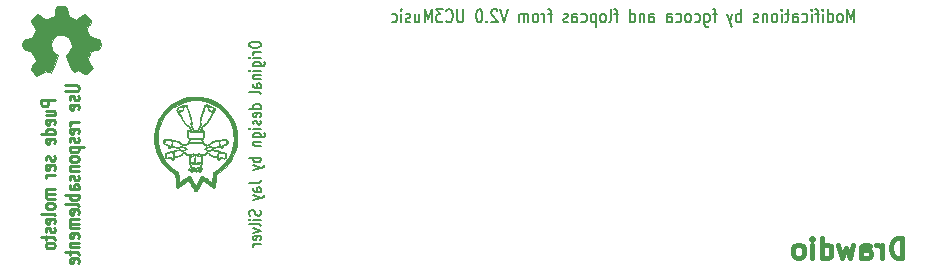
<source format=gbo>
G04 #@! TF.GenerationSoftware,KiCad,Pcbnew,(5.0.1)-3*
G04 #@! TF.CreationDate,2018-12-03T12:15:07+01:00*
G04 #@! TF.ProjectId,drawdio,6472617764696F2E6B696361645F7063,rev?*
G04 #@! TF.SameCoordinates,PX60a6ad0PY525bfc0*
G04 #@! TF.FileFunction,Legend,Bot*
G04 #@! TF.FilePolarity,Positive*
%FSLAX46Y46*%
G04 Gerber Fmt 4.6, Leading zero omitted, Abs format (unit mm)*
G04 Created by KiCad (PCBNEW (5.0.1)-3) date 03/12/2018 12:15:07*
%MOMM*%
%LPD*%
G01*
G04 APERTURE LIST*
%ADD10C,0.200000*%
%ADD11C,0.425000*%
%ADD12C,0.225000*%
%ADD13C,0.002540*%
%ADD14C,0.010000*%
%ADD15R,1.998980X1.998980*%
%ADD16C,1.600000*%
%ADD17R,1.600000X1.600000*%
%ADD18O,4.500000X3.000000*%
%ADD19O,3.000000X7.000000*%
%ADD20C,3.000000*%
%ADD21C,0.150000*%
%ADD22R,1.000000X1.000000*%
%ADD23C,1.000000*%
%ADD24O,2.000000X2.800000*%
G04 APERTURE END LIST*
D10*
X-25947620Y7206191D02*
X-25947620Y7053810D01*
X-25900000Y6977620D01*
X-25804762Y6901429D01*
X-25614286Y6863334D01*
X-25280953Y6863334D01*
X-25090477Y6901429D01*
X-24995239Y6977620D01*
X-24947620Y7053810D01*
X-24947620Y7206191D01*
X-24995239Y7282381D01*
X-25090477Y7358572D01*
X-25280953Y7396667D01*
X-25614286Y7396667D01*
X-25804762Y7358572D01*
X-25900000Y7282381D01*
X-25947620Y7206191D01*
X-24947620Y6520477D02*
X-25614286Y6520477D01*
X-25423810Y6520477D02*
X-25519048Y6482381D01*
X-25566667Y6444286D01*
X-25614286Y6368096D01*
X-25614286Y6291905D01*
X-24947620Y6025239D02*
X-25614286Y6025239D01*
X-25947620Y6025239D02*
X-25900000Y6063334D01*
X-25852381Y6025239D01*
X-25900000Y5987143D01*
X-25947620Y6025239D01*
X-25852381Y6025239D01*
X-25614286Y5301429D02*
X-24804762Y5301429D01*
X-24709524Y5339524D01*
X-24661905Y5377620D01*
X-24614286Y5453810D01*
X-24614286Y5568096D01*
X-24661905Y5644286D01*
X-24995239Y5301429D02*
X-24947620Y5377620D01*
X-24947620Y5530000D01*
X-24995239Y5606191D01*
X-25042858Y5644286D01*
X-25138096Y5682381D01*
X-25423810Y5682381D01*
X-25519048Y5644286D01*
X-25566667Y5606191D01*
X-25614286Y5530001D01*
X-25614286Y5377620D01*
X-25566667Y5301429D01*
X-24947620Y4920477D02*
X-25614286Y4920477D01*
X-25947620Y4920477D02*
X-25900000Y4958572D01*
X-25852381Y4920477D01*
X-25900000Y4882381D01*
X-25947620Y4920477D01*
X-25852381Y4920477D01*
X-25614286Y4539524D02*
X-24947620Y4539524D01*
X-25519048Y4539524D02*
X-25566667Y4501429D01*
X-25614286Y4425239D01*
X-25614286Y4310953D01*
X-25566667Y4234762D01*
X-25471429Y4196667D01*
X-24947620Y4196667D01*
X-24947620Y3472858D02*
X-25471429Y3472858D01*
X-25566667Y3510953D01*
X-25614286Y3587143D01*
X-25614286Y3739524D01*
X-25566667Y3815715D01*
X-24995239Y3472858D02*
X-24947620Y3549048D01*
X-24947620Y3739524D01*
X-24995239Y3815715D01*
X-25090477Y3853810D01*
X-25185715Y3853810D01*
X-25280953Y3815715D01*
X-25328572Y3739524D01*
X-25328572Y3549048D01*
X-25376191Y3472858D01*
X-24947620Y2977620D02*
X-24995239Y3053810D01*
X-25090477Y3091905D01*
X-25947620Y3091905D01*
X-24947620Y1720477D02*
X-25947620Y1720477D01*
X-24995239Y1720477D02*
X-24947620Y1796667D01*
X-24947620Y1949048D01*
X-24995239Y2025239D01*
X-25042858Y2063334D01*
X-25138096Y2101429D01*
X-25423810Y2101429D01*
X-25519048Y2063334D01*
X-25566667Y2025239D01*
X-25614286Y1949048D01*
X-25614286Y1796667D01*
X-25566667Y1720477D01*
X-24995239Y1034762D02*
X-24947620Y1110953D01*
X-24947620Y1263334D01*
X-24995239Y1339524D01*
X-25090477Y1377620D01*
X-25471429Y1377620D01*
X-25566667Y1339524D01*
X-25614286Y1263334D01*
X-25614286Y1110953D01*
X-25566667Y1034762D01*
X-25471429Y996667D01*
X-25376191Y996667D01*
X-25280953Y1377620D01*
X-24995239Y691905D02*
X-24947620Y615715D01*
X-24947620Y463334D01*
X-24995239Y387143D01*
X-25090477Y349048D01*
X-25138096Y349048D01*
X-25233334Y387143D01*
X-25280953Y463334D01*
X-25280953Y577620D01*
X-25328572Y653810D01*
X-25423810Y691905D01*
X-25471429Y691905D01*
X-25566667Y653810D01*
X-25614286Y577620D01*
X-25614286Y463334D01*
X-25566667Y387143D01*
X-24947620Y6191D02*
X-25614286Y6191D01*
X-25947620Y6191D02*
X-25900000Y44286D01*
X-25852381Y6191D01*
X-25900000Y-31904D01*
X-25947620Y6191D01*
X-25852381Y6191D01*
X-25614286Y-717619D02*
X-24804762Y-717619D01*
X-24709524Y-679523D01*
X-24661905Y-641428D01*
X-24614286Y-565238D01*
X-24614286Y-450952D01*
X-24661905Y-374761D01*
X-24995239Y-717619D02*
X-24947620Y-641428D01*
X-24947620Y-489047D01*
X-24995239Y-412857D01*
X-25042858Y-374761D01*
X-25138096Y-336666D01*
X-25423810Y-336666D01*
X-25519048Y-374761D01*
X-25566667Y-412857D01*
X-25614286Y-489047D01*
X-25614286Y-641428D01*
X-25566667Y-717619D01*
X-25614286Y-1098571D02*
X-24947620Y-1098571D01*
X-25519048Y-1098571D02*
X-25566667Y-1136666D01*
X-25614286Y-1212857D01*
X-25614286Y-1327142D01*
X-25566667Y-1403333D01*
X-25471429Y-1441428D01*
X-24947620Y-1441428D01*
X-24947620Y-2431904D02*
X-25947620Y-2431904D01*
X-25566667Y-2431904D02*
X-25614286Y-2508095D01*
X-25614286Y-2660476D01*
X-25566667Y-2736666D01*
X-25519048Y-2774761D01*
X-25423810Y-2812857D01*
X-25138096Y-2812857D01*
X-25042858Y-2774761D01*
X-24995239Y-2736666D01*
X-24947620Y-2660476D01*
X-24947620Y-2508095D01*
X-24995239Y-2431904D01*
X-25614286Y-3079523D02*
X-24947620Y-3270000D01*
X-25614286Y-3460476D02*
X-24947620Y-3270000D01*
X-24709524Y-3193809D01*
X-24661905Y-3155714D01*
X-24614286Y-3079523D01*
X-25947620Y-4603333D02*
X-25233334Y-4603333D01*
X-25090477Y-4565238D01*
X-24995239Y-4489047D01*
X-24947620Y-4374761D01*
X-24947620Y-4298571D01*
X-24947620Y-5327142D02*
X-25471429Y-5327142D01*
X-25566667Y-5289047D01*
X-25614286Y-5212857D01*
X-25614286Y-5060476D01*
X-25566667Y-4984285D01*
X-24995239Y-5327142D02*
X-24947620Y-5250952D01*
X-24947620Y-5060476D01*
X-24995239Y-4984285D01*
X-25090477Y-4946190D01*
X-25185715Y-4946190D01*
X-25280953Y-4984285D01*
X-25328572Y-5060476D01*
X-25328572Y-5250952D01*
X-25376191Y-5327142D01*
X-25614286Y-5631904D02*
X-24947620Y-5822380D01*
X-25614286Y-6012857D02*
X-24947620Y-5822380D01*
X-24709524Y-5746190D01*
X-24661905Y-5708095D01*
X-24614286Y-5631904D01*
X-24995239Y-6889047D02*
X-24947620Y-7003333D01*
X-24947620Y-7193809D01*
X-24995239Y-7270000D01*
X-25042858Y-7308095D01*
X-25138096Y-7346190D01*
X-25233334Y-7346190D01*
X-25328572Y-7308095D01*
X-25376191Y-7270000D01*
X-25423810Y-7193809D01*
X-25471429Y-7041428D01*
X-25519048Y-6965238D01*
X-25566667Y-6927142D01*
X-25661905Y-6889047D01*
X-25757143Y-6889047D01*
X-25852381Y-6927142D01*
X-25900001Y-6965238D01*
X-25947620Y-7041428D01*
X-25947620Y-7231904D01*
X-25900001Y-7346190D01*
X-24947620Y-7689047D02*
X-25614286Y-7689047D01*
X-25947620Y-7689047D02*
X-25900001Y-7650952D01*
X-25852381Y-7689047D01*
X-25900001Y-7727142D01*
X-25947620Y-7689047D01*
X-25852381Y-7689047D01*
X-24947620Y-8184285D02*
X-24995239Y-8108095D01*
X-25090477Y-8070000D01*
X-25947620Y-8070000D01*
X-25614286Y-8412857D02*
X-24947620Y-8603333D01*
X-25614286Y-8793809D01*
X-24995239Y-9403333D02*
X-24947620Y-9327142D01*
X-24947620Y-9174761D01*
X-24995239Y-9098571D01*
X-25090477Y-9060476D01*
X-25471429Y-9060476D01*
X-25566667Y-9098571D01*
X-25614286Y-9174761D01*
X-25614286Y-9327142D01*
X-25566667Y-9403333D01*
X-25471429Y-9441428D01*
X-25376191Y-9441428D01*
X-25280953Y-9060476D01*
X-24947620Y-9784285D02*
X-25614286Y-9784285D01*
X-25423810Y-9784285D02*
X-25519048Y-9822380D01*
X-25566667Y-9860476D01*
X-25614286Y-9936666D01*
X-25614286Y-10012857D01*
D11*
X29338809Y-10929047D02*
X29338809Y-9229047D01*
X28934047Y-9229047D01*
X28691190Y-9310000D01*
X28529285Y-9471904D01*
X28448333Y-9633809D01*
X28367380Y-9957619D01*
X28367380Y-10200476D01*
X28448333Y-10524285D01*
X28529285Y-10686190D01*
X28691190Y-10848095D01*
X28934047Y-10929047D01*
X29338809Y-10929047D01*
X27638809Y-10929047D02*
X27638809Y-9795714D01*
X27638809Y-10119523D02*
X27557857Y-9957619D01*
X27476904Y-9876666D01*
X27314999Y-9795714D01*
X27153095Y-9795714D01*
X25857857Y-10929047D02*
X25857857Y-10038571D01*
X25938809Y-9876666D01*
X26100714Y-9795714D01*
X26424523Y-9795714D01*
X26586428Y-9876666D01*
X25857857Y-10848095D02*
X26019761Y-10929047D01*
X26424523Y-10929047D01*
X26586428Y-10848095D01*
X26667380Y-10686190D01*
X26667380Y-10524285D01*
X26586428Y-10362380D01*
X26424523Y-10281428D01*
X26019761Y-10281428D01*
X25857857Y-10200476D01*
X25210238Y-9795714D02*
X24886428Y-10929047D01*
X24562619Y-10119523D01*
X24238809Y-10929047D01*
X23914999Y-9795714D01*
X22538809Y-10929047D02*
X22538809Y-9229047D01*
X22538809Y-10848095D02*
X22700714Y-10929047D01*
X23024523Y-10929047D01*
X23186428Y-10848095D01*
X23267380Y-10767142D01*
X23348333Y-10605238D01*
X23348333Y-10119523D01*
X23267380Y-9957619D01*
X23186428Y-9876666D01*
X23024523Y-9795714D01*
X22700714Y-9795714D01*
X22538809Y-9876666D01*
X21729285Y-10929047D02*
X21729285Y-9795714D01*
X21729285Y-9229047D02*
X21810238Y-9310000D01*
X21729285Y-9390952D01*
X21648333Y-9310000D01*
X21729285Y-9229047D01*
X21729285Y-9390952D01*
X20676904Y-10929047D02*
X20838809Y-10848095D01*
X20919761Y-10767142D01*
X21000714Y-10605238D01*
X21000714Y-10119523D01*
X20919761Y-9957619D01*
X20838809Y-9876666D01*
X20676904Y-9795714D01*
X20434047Y-9795714D01*
X20272142Y-9876666D01*
X20191190Y-9957619D01*
X20110238Y-10119523D01*
X20110238Y-10605238D01*
X20191190Y-10767142D01*
X20272142Y-10848095D01*
X20434047Y-10929047D01*
X20676904Y-10929047D01*
D12*
X-42379643Y2451667D02*
X-43579643Y2451667D01*
X-43579643Y2105000D01*
X-43522500Y2018334D01*
X-43465358Y1975000D01*
X-43351072Y1931667D01*
X-43179643Y1931667D01*
X-43065358Y1975000D01*
X-43008215Y2018334D01*
X-42951072Y2105000D01*
X-42951072Y2451667D01*
X-43179643Y1151667D02*
X-42379643Y1151667D01*
X-43179643Y1541667D02*
X-42551072Y1541667D01*
X-42436786Y1498334D01*
X-42379643Y1411667D01*
X-42379643Y1281667D01*
X-42436786Y1195000D01*
X-42493929Y1151667D01*
X-42436786Y371667D02*
X-42379643Y458334D01*
X-42379643Y631667D01*
X-42436786Y718334D01*
X-42551072Y761667D01*
X-43008215Y761667D01*
X-43122500Y718334D01*
X-43179643Y631667D01*
X-43179643Y458334D01*
X-43122500Y371667D01*
X-43008215Y328334D01*
X-42893929Y328334D01*
X-42779643Y761667D01*
X-42379643Y-451666D02*
X-43579643Y-451666D01*
X-42436786Y-451666D02*
X-42379643Y-365000D01*
X-42379643Y-191666D01*
X-42436786Y-105000D01*
X-42493929Y-61666D01*
X-42608215Y-18333D01*
X-42951072Y-18333D01*
X-43065358Y-61666D01*
X-43122500Y-105000D01*
X-43179643Y-191666D01*
X-43179643Y-365000D01*
X-43122500Y-451666D01*
X-42436786Y-1231666D02*
X-42379643Y-1145000D01*
X-42379643Y-971666D01*
X-42436786Y-885000D01*
X-42551072Y-841666D01*
X-43008215Y-841666D01*
X-43122500Y-885000D01*
X-43179643Y-971666D01*
X-43179643Y-1145000D01*
X-43122500Y-1231666D01*
X-43008215Y-1275000D01*
X-42893929Y-1275000D01*
X-42779643Y-841666D01*
X-42436786Y-2315000D02*
X-42379643Y-2401666D01*
X-42379643Y-2575000D01*
X-42436786Y-2661666D01*
X-42551072Y-2705000D01*
X-42608215Y-2705000D01*
X-42722500Y-2661666D01*
X-42779643Y-2575000D01*
X-42779643Y-2445000D01*
X-42836786Y-2358333D01*
X-42951072Y-2315000D01*
X-43008215Y-2315000D01*
X-43122500Y-2358333D01*
X-43179643Y-2445000D01*
X-43179643Y-2575000D01*
X-43122500Y-2661666D01*
X-42436786Y-3441666D02*
X-42379643Y-3355000D01*
X-42379643Y-3181666D01*
X-42436786Y-3095000D01*
X-42551072Y-3051666D01*
X-43008215Y-3051666D01*
X-43122500Y-3095000D01*
X-43179643Y-3181666D01*
X-43179643Y-3355000D01*
X-43122500Y-3441666D01*
X-43008215Y-3485000D01*
X-42893929Y-3485000D01*
X-42779643Y-3051666D01*
X-42379643Y-3875000D02*
X-43179643Y-3875000D01*
X-42951072Y-3875000D02*
X-43065358Y-3918333D01*
X-43122501Y-3961666D01*
X-43179643Y-4048333D01*
X-43179643Y-4135000D01*
X-42379643Y-5131666D02*
X-43179643Y-5131666D01*
X-43065358Y-5131666D02*
X-43122501Y-5175000D01*
X-43179643Y-5261666D01*
X-43179643Y-5391666D01*
X-43122501Y-5478333D01*
X-43008215Y-5521666D01*
X-42379643Y-5521666D01*
X-43008215Y-5521666D02*
X-43122501Y-5565000D01*
X-43179643Y-5651666D01*
X-43179643Y-5781666D01*
X-43122501Y-5868333D01*
X-43008215Y-5911666D01*
X-42379643Y-5911666D01*
X-42379643Y-6475000D02*
X-42436786Y-6388333D01*
X-42493929Y-6345000D01*
X-42608215Y-6301666D01*
X-42951072Y-6301666D01*
X-43065358Y-6345000D01*
X-43122501Y-6388333D01*
X-43179643Y-6475000D01*
X-43179643Y-6605000D01*
X-43122501Y-6691666D01*
X-43065358Y-6735000D01*
X-42951072Y-6778333D01*
X-42608215Y-6778333D01*
X-42493929Y-6735000D01*
X-42436786Y-6691666D01*
X-42379643Y-6605000D01*
X-42379643Y-6475000D01*
X-42379643Y-7298333D02*
X-42436786Y-7211666D01*
X-42551072Y-7168333D01*
X-43579643Y-7168333D01*
X-42436786Y-7991666D02*
X-42379643Y-7905000D01*
X-42379643Y-7731666D01*
X-42436786Y-7645000D01*
X-42551072Y-7601666D01*
X-43008215Y-7601666D01*
X-43122501Y-7645000D01*
X-43179643Y-7731666D01*
X-43179643Y-7905000D01*
X-43122501Y-7991666D01*
X-43008215Y-8035000D01*
X-42893929Y-8035000D01*
X-42779643Y-7601666D01*
X-42436786Y-8381666D02*
X-42379643Y-8468333D01*
X-42379643Y-8641666D01*
X-42436786Y-8728333D01*
X-42551072Y-8771666D01*
X-42608215Y-8771666D01*
X-42722501Y-8728333D01*
X-42779643Y-8641666D01*
X-42779643Y-8511666D01*
X-42836786Y-8425000D01*
X-42951072Y-8381666D01*
X-43008215Y-8381666D01*
X-43122501Y-8425000D01*
X-43179643Y-8511666D01*
X-43179643Y-8641666D01*
X-43122501Y-8728333D01*
X-43179643Y-9031666D02*
X-43179643Y-9378333D01*
X-43579643Y-9161666D02*
X-42551072Y-9161666D01*
X-42436786Y-9205000D01*
X-42379643Y-9291666D01*
X-42379643Y-9378333D01*
X-42379643Y-9811666D02*
X-42436786Y-9725000D01*
X-42493929Y-9681666D01*
X-42608215Y-9638333D01*
X-42951072Y-9638333D01*
X-43065358Y-9681666D01*
X-43122501Y-9725000D01*
X-43179643Y-9811666D01*
X-43179643Y-9941666D01*
X-43122501Y-10028333D01*
X-43065358Y-10071666D01*
X-42951072Y-10115000D01*
X-42608215Y-10115000D01*
X-42493929Y-10071666D01*
X-42436786Y-10028333D01*
X-42379643Y-9941666D01*
X-42379643Y-9811666D01*
X-41554643Y3708334D02*
X-40583215Y3708334D01*
X-40468929Y3665001D01*
X-40411786Y3621667D01*
X-40354643Y3535001D01*
X-40354643Y3361667D01*
X-40411786Y3275001D01*
X-40468929Y3231667D01*
X-40583215Y3188334D01*
X-41554643Y3188334D01*
X-40411786Y2798334D02*
X-40354643Y2711667D01*
X-40354643Y2538334D01*
X-40411786Y2451667D01*
X-40526072Y2408334D01*
X-40583215Y2408334D01*
X-40697500Y2451667D01*
X-40754643Y2538334D01*
X-40754643Y2668334D01*
X-40811786Y2755001D01*
X-40926072Y2798334D01*
X-40983215Y2798334D01*
X-41097500Y2755001D01*
X-41154643Y2668334D01*
X-41154643Y2538334D01*
X-41097500Y2451667D01*
X-40411786Y1671667D02*
X-40354643Y1758334D01*
X-40354643Y1931667D01*
X-40411786Y2018334D01*
X-40526072Y2061667D01*
X-40983215Y2061667D01*
X-41097500Y2018334D01*
X-41154643Y1931667D01*
X-41154643Y1758334D01*
X-41097500Y1671667D01*
X-40983215Y1628334D01*
X-40868929Y1628334D01*
X-40754643Y2061667D01*
X-40354643Y545001D02*
X-41154643Y545001D01*
X-40926072Y545001D02*
X-41040358Y501667D01*
X-41097500Y458334D01*
X-41154643Y371667D01*
X-41154643Y285001D01*
X-40411786Y-364999D02*
X-40354643Y-278333D01*
X-40354643Y-104999D01*
X-40411786Y-18333D01*
X-40526072Y25001D01*
X-40983215Y25001D01*
X-41097500Y-18333D01*
X-41154643Y-104999D01*
X-41154643Y-278333D01*
X-41097500Y-364999D01*
X-40983215Y-408333D01*
X-40868929Y-408333D01*
X-40754643Y25001D01*
X-40411786Y-754999D02*
X-40354643Y-841666D01*
X-40354643Y-1014999D01*
X-40411786Y-1101666D01*
X-40526072Y-1144999D01*
X-40583215Y-1144999D01*
X-40697500Y-1101666D01*
X-40754643Y-1014999D01*
X-40754643Y-884999D01*
X-40811786Y-798333D01*
X-40926072Y-754999D01*
X-40983215Y-754999D01*
X-41097500Y-798333D01*
X-41154643Y-884999D01*
X-41154643Y-1014999D01*
X-41097500Y-1101666D01*
X-41154643Y-1534999D02*
X-39954643Y-1534999D01*
X-41097500Y-1534999D02*
X-41154643Y-1621666D01*
X-41154643Y-1794999D01*
X-41097500Y-1881666D01*
X-41040358Y-1924999D01*
X-40926072Y-1968333D01*
X-40583215Y-1968333D01*
X-40468929Y-1924999D01*
X-40411786Y-1881666D01*
X-40354643Y-1794999D01*
X-40354643Y-1621666D01*
X-40411786Y-1534999D01*
X-40354643Y-2488333D02*
X-40411786Y-2401666D01*
X-40468929Y-2358333D01*
X-40583215Y-2314999D01*
X-40926072Y-2314999D01*
X-41040358Y-2358333D01*
X-41097500Y-2401666D01*
X-41154643Y-2488333D01*
X-41154643Y-2618333D01*
X-41097500Y-2704999D01*
X-41040358Y-2748333D01*
X-40926072Y-2791666D01*
X-40583215Y-2791666D01*
X-40468929Y-2748333D01*
X-40411786Y-2704999D01*
X-40354643Y-2618333D01*
X-40354643Y-2488333D01*
X-41154643Y-3181666D02*
X-40354643Y-3181666D01*
X-41040358Y-3181666D02*
X-41097500Y-3224999D01*
X-41154643Y-3311666D01*
X-41154643Y-3441666D01*
X-41097500Y-3528333D01*
X-40983215Y-3571666D01*
X-40354643Y-3571666D01*
X-40411786Y-3961666D02*
X-40354643Y-4048333D01*
X-40354643Y-4221666D01*
X-40411786Y-4308333D01*
X-40526072Y-4351666D01*
X-40583215Y-4351666D01*
X-40697501Y-4308333D01*
X-40754643Y-4221666D01*
X-40754643Y-4091666D01*
X-40811786Y-4004999D01*
X-40926072Y-3961666D01*
X-40983215Y-3961666D01*
X-41097501Y-4004999D01*
X-41154643Y-4091666D01*
X-41154643Y-4221666D01*
X-41097501Y-4308333D01*
X-40354643Y-5131666D02*
X-40983215Y-5131666D01*
X-41097501Y-5088333D01*
X-41154643Y-5001666D01*
X-41154643Y-4828333D01*
X-41097501Y-4741666D01*
X-40411786Y-5131666D02*
X-40354643Y-5044999D01*
X-40354643Y-4828333D01*
X-40411786Y-4741666D01*
X-40526072Y-4698333D01*
X-40640358Y-4698333D01*
X-40754643Y-4741666D01*
X-40811786Y-4828333D01*
X-40811786Y-5044999D01*
X-40868929Y-5131666D01*
X-40354643Y-5564999D02*
X-41554643Y-5564999D01*
X-41097501Y-5564999D02*
X-41154643Y-5651666D01*
X-41154643Y-5824999D01*
X-41097501Y-5911666D01*
X-41040358Y-5954999D01*
X-40926072Y-5998333D01*
X-40583215Y-5998333D01*
X-40468929Y-5954999D01*
X-40411786Y-5911666D01*
X-40354643Y-5824999D01*
X-40354643Y-5651666D01*
X-40411786Y-5564999D01*
X-40354643Y-6518333D02*
X-40411786Y-6431666D01*
X-40526072Y-6388333D01*
X-41554643Y-6388333D01*
X-40411786Y-7211666D02*
X-40354643Y-7124999D01*
X-40354643Y-6951666D01*
X-40411786Y-6864999D01*
X-40526072Y-6821666D01*
X-40983215Y-6821666D01*
X-41097501Y-6864999D01*
X-41154643Y-6951666D01*
X-41154643Y-7124999D01*
X-41097501Y-7211666D01*
X-40983215Y-7254999D01*
X-40868929Y-7254999D01*
X-40754643Y-6821666D01*
X-40354643Y-7644999D02*
X-41154643Y-7644999D01*
X-41040358Y-7644999D02*
X-41097501Y-7688333D01*
X-41154643Y-7774999D01*
X-41154643Y-7904999D01*
X-41097501Y-7991666D01*
X-40983215Y-8034999D01*
X-40354643Y-8034999D01*
X-40983215Y-8034999D02*
X-41097501Y-8078333D01*
X-41154643Y-8164999D01*
X-41154643Y-8294999D01*
X-41097501Y-8381666D01*
X-40983215Y-8424999D01*
X-40354643Y-8424999D01*
X-40411786Y-9204999D02*
X-40354643Y-9118333D01*
X-40354643Y-8944999D01*
X-40411786Y-8858333D01*
X-40526072Y-8814999D01*
X-40983215Y-8814999D01*
X-41097501Y-8858333D01*
X-41154643Y-8944999D01*
X-41154643Y-9118333D01*
X-41097501Y-9204999D01*
X-40983215Y-9248333D01*
X-40868929Y-9248333D01*
X-40754643Y-8814999D01*
X-41154643Y-9638333D02*
X-40354643Y-9638333D01*
X-41040358Y-9638333D02*
X-41097501Y-9681666D01*
X-41154643Y-9768333D01*
X-41154643Y-9898333D01*
X-41097501Y-9984999D01*
X-40983215Y-10028333D01*
X-40354643Y-10028333D01*
X-41154643Y-10331666D02*
X-41154643Y-10678333D01*
X-41554643Y-10461666D02*
X-40526072Y-10461666D01*
X-40411786Y-10504999D01*
X-40354643Y-10591666D01*
X-40354643Y-10678333D01*
X-40411786Y-11328333D02*
X-40354643Y-11241666D01*
X-40354643Y-11068333D01*
X-40411786Y-10981666D01*
X-40526072Y-10938333D01*
X-40983215Y-10938333D01*
X-41097501Y-10981666D01*
X-41154643Y-11068333D01*
X-41154643Y-11241666D01*
X-41097501Y-11328333D01*
X-40983215Y-11371666D01*
X-40868929Y-11371666D01*
X-40754643Y-10938333D01*
D10*
X25279285Y9027381D02*
X25279285Y10127381D01*
X24979285Y9341667D01*
X24679285Y10127381D01*
X24679285Y9027381D01*
X24122142Y9027381D02*
X24207857Y9079762D01*
X24250714Y9132143D01*
X24293571Y9236905D01*
X24293571Y9551191D01*
X24250714Y9655953D01*
X24207857Y9708334D01*
X24122142Y9760715D01*
X23993571Y9760715D01*
X23907857Y9708334D01*
X23864999Y9655953D01*
X23822142Y9551191D01*
X23822142Y9236905D01*
X23864999Y9132143D01*
X23907857Y9079762D01*
X23993571Y9027381D01*
X24122142Y9027381D01*
X23050714Y9027381D02*
X23050714Y10127381D01*
X23050714Y9079762D02*
X23136428Y9027381D01*
X23307857Y9027381D01*
X23393571Y9079762D01*
X23436428Y9132143D01*
X23479285Y9236905D01*
X23479285Y9551191D01*
X23436428Y9655953D01*
X23393571Y9708334D01*
X23307857Y9760715D01*
X23136428Y9760715D01*
X23050714Y9708334D01*
X22622142Y9027381D02*
X22622142Y9760715D01*
X22622142Y10127381D02*
X22664999Y10075000D01*
X22622142Y10022620D01*
X22579285Y10075000D01*
X22622142Y10127381D01*
X22622142Y10022620D01*
X22322142Y9760715D02*
X21979285Y9760715D01*
X22193571Y9027381D02*
X22193571Y9970239D01*
X22150714Y10075000D01*
X22064999Y10127381D01*
X21979285Y10127381D01*
X21679285Y9027381D02*
X21679285Y9760715D01*
X21679285Y10127381D02*
X21722142Y10075000D01*
X21679285Y10022620D01*
X21636428Y10075000D01*
X21679285Y10127381D01*
X21679285Y10022620D01*
X20864999Y9079762D02*
X20950714Y9027381D01*
X21122142Y9027381D01*
X21207857Y9079762D01*
X21250714Y9132143D01*
X21293571Y9236905D01*
X21293571Y9551191D01*
X21250714Y9655953D01*
X21207857Y9708334D01*
X21122142Y9760715D01*
X20950714Y9760715D01*
X20864999Y9708334D01*
X20093571Y9027381D02*
X20093571Y9603572D01*
X20136428Y9708334D01*
X20222142Y9760715D01*
X20393571Y9760715D01*
X20479285Y9708334D01*
X20093571Y9079762D02*
X20179285Y9027381D01*
X20393571Y9027381D01*
X20479285Y9079762D01*
X20522142Y9184524D01*
X20522142Y9289286D01*
X20479285Y9394048D01*
X20393571Y9446429D01*
X20179285Y9446429D01*
X20093571Y9498810D01*
X19793571Y9760715D02*
X19450714Y9760715D01*
X19664999Y10127381D02*
X19664999Y9184524D01*
X19622142Y9079762D01*
X19536428Y9027381D01*
X19450714Y9027381D01*
X19150714Y9027381D02*
X19150714Y9760715D01*
X19150714Y10127381D02*
X19193571Y10075000D01*
X19150714Y10022620D01*
X19107857Y10075000D01*
X19150714Y10127381D01*
X19150714Y10022620D01*
X18593571Y9027381D02*
X18679285Y9079762D01*
X18722142Y9132143D01*
X18764999Y9236905D01*
X18764999Y9551191D01*
X18722142Y9655953D01*
X18679285Y9708334D01*
X18593571Y9760715D01*
X18464999Y9760715D01*
X18379285Y9708334D01*
X18336428Y9655953D01*
X18293571Y9551191D01*
X18293571Y9236905D01*
X18336428Y9132143D01*
X18379285Y9079762D01*
X18464999Y9027381D01*
X18593571Y9027381D01*
X17907857Y9760715D02*
X17907857Y9027381D01*
X17907857Y9655953D02*
X17864999Y9708334D01*
X17779285Y9760715D01*
X17650714Y9760715D01*
X17564999Y9708334D01*
X17522142Y9603572D01*
X17522142Y9027381D01*
X17136428Y9079762D02*
X17050714Y9027381D01*
X16879285Y9027381D01*
X16793571Y9079762D01*
X16750714Y9184524D01*
X16750714Y9236905D01*
X16793571Y9341667D01*
X16879285Y9394048D01*
X17007857Y9394048D01*
X17093571Y9446429D01*
X17136428Y9551191D01*
X17136428Y9603572D01*
X17093571Y9708334D01*
X17007857Y9760715D01*
X16879285Y9760715D01*
X16793571Y9708334D01*
X15679285Y9027381D02*
X15679285Y10127381D01*
X15679285Y9708334D02*
X15593571Y9760715D01*
X15422142Y9760715D01*
X15336428Y9708334D01*
X15293571Y9655953D01*
X15250714Y9551191D01*
X15250714Y9236905D01*
X15293571Y9132143D01*
X15336428Y9079762D01*
X15422142Y9027381D01*
X15593571Y9027381D01*
X15679285Y9079762D01*
X14950714Y9760715D02*
X14736428Y9027381D01*
X14522142Y9760715D02*
X14736428Y9027381D01*
X14822142Y8765477D01*
X14864999Y8713096D01*
X14950714Y8660715D01*
X13622142Y9760715D02*
X13279285Y9760715D01*
X13493571Y9027381D02*
X13493571Y9970239D01*
X13450714Y10075000D01*
X13364999Y10127381D01*
X13279285Y10127381D01*
X12593571Y9760715D02*
X12593571Y8870239D01*
X12636428Y8765477D01*
X12679285Y8713096D01*
X12764999Y8660715D01*
X12893571Y8660715D01*
X12979285Y8713096D01*
X12593571Y9079762D02*
X12679285Y9027381D01*
X12850714Y9027381D01*
X12936428Y9079762D01*
X12979285Y9132143D01*
X13022142Y9236905D01*
X13022142Y9551191D01*
X12979285Y9655953D01*
X12936428Y9708334D01*
X12850714Y9760715D01*
X12679285Y9760715D01*
X12593571Y9708334D01*
X11779285Y9079762D02*
X11864999Y9027381D01*
X12036428Y9027381D01*
X12122142Y9079762D01*
X12164999Y9132143D01*
X12207857Y9236905D01*
X12207857Y9551191D01*
X12164999Y9655953D01*
X12122142Y9708334D01*
X12036428Y9760715D01*
X11864999Y9760715D01*
X11779285Y9708334D01*
X11264999Y9027381D02*
X11350714Y9079762D01*
X11393571Y9132143D01*
X11436428Y9236905D01*
X11436428Y9551191D01*
X11393571Y9655953D01*
X11350714Y9708334D01*
X11264999Y9760715D01*
X11136428Y9760715D01*
X11050714Y9708334D01*
X11007857Y9655953D01*
X10964999Y9551191D01*
X10964999Y9236905D01*
X11007857Y9132143D01*
X11050714Y9079762D01*
X11136428Y9027381D01*
X11264999Y9027381D01*
X10193571Y9079762D02*
X10279285Y9027381D01*
X10450714Y9027381D01*
X10536428Y9079762D01*
X10579285Y9132143D01*
X10622142Y9236905D01*
X10622142Y9551191D01*
X10579285Y9655953D01*
X10536428Y9708334D01*
X10450714Y9760715D01*
X10279285Y9760715D01*
X10193571Y9708334D01*
X9422142Y9027381D02*
X9422142Y9603572D01*
X9464999Y9708334D01*
X9550714Y9760715D01*
X9722142Y9760715D01*
X9807857Y9708334D01*
X9422142Y9079762D02*
X9507857Y9027381D01*
X9722142Y9027381D01*
X9807857Y9079762D01*
X9850714Y9184524D01*
X9850714Y9289286D01*
X9807857Y9394048D01*
X9722142Y9446429D01*
X9507857Y9446429D01*
X9422142Y9498810D01*
X7922142Y9027381D02*
X7922142Y9603572D01*
X7964999Y9708334D01*
X8050714Y9760715D01*
X8222142Y9760715D01*
X8307857Y9708334D01*
X7922142Y9079762D02*
X8007857Y9027381D01*
X8222142Y9027381D01*
X8307857Y9079762D01*
X8350714Y9184524D01*
X8350714Y9289286D01*
X8307857Y9394048D01*
X8222142Y9446429D01*
X8007857Y9446429D01*
X7922142Y9498810D01*
X7493571Y9760715D02*
X7493571Y9027381D01*
X7493571Y9655953D02*
X7450714Y9708334D01*
X7364999Y9760715D01*
X7236428Y9760715D01*
X7150714Y9708334D01*
X7107857Y9603572D01*
X7107857Y9027381D01*
X6293571Y9027381D02*
X6293571Y10127381D01*
X6293571Y9079762D02*
X6379285Y9027381D01*
X6550714Y9027381D01*
X6636428Y9079762D01*
X6679285Y9132143D01*
X6722142Y9236905D01*
X6722142Y9551191D01*
X6679285Y9655953D01*
X6636428Y9708334D01*
X6550714Y9760715D01*
X6379285Y9760715D01*
X6293571Y9708334D01*
X5307857Y9760715D02*
X4964999Y9760715D01*
X5179285Y9027381D02*
X5179285Y9970239D01*
X5136428Y10075000D01*
X5050714Y10127381D01*
X4964999Y10127381D01*
X4536428Y9027381D02*
X4622142Y9079762D01*
X4665000Y9184524D01*
X4665000Y10127381D01*
X4065000Y9027381D02*
X4150714Y9079762D01*
X4193571Y9132143D01*
X4236428Y9236905D01*
X4236428Y9551191D01*
X4193571Y9655953D01*
X4150714Y9708334D01*
X4065000Y9760715D01*
X3936428Y9760715D01*
X3850714Y9708334D01*
X3807857Y9655953D01*
X3765000Y9551191D01*
X3765000Y9236905D01*
X3807857Y9132143D01*
X3850714Y9079762D01*
X3936428Y9027381D01*
X4065000Y9027381D01*
X3379285Y9760715D02*
X3379285Y8660715D01*
X3379285Y9708334D02*
X3293571Y9760715D01*
X3122142Y9760715D01*
X3036428Y9708334D01*
X2993571Y9655953D01*
X2950714Y9551191D01*
X2950714Y9236905D01*
X2993571Y9132143D01*
X3036428Y9079762D01*
X3122142Y9027381D01*
X3293571Y9027381D01*
X3379285Y9079762D01*
X2179285Y9079762D02*
X2265000Y9027381D01*
X2436428Y9027381D01*
X2522142Y9079762D01*
X2565000Y9132143D01*
X2607857Y9236905D01*
X2607857Y9551191D01*
X2565000Y9655953D01*
X2522142Y9708334D01*
X2436428Y9760715D01*
X2265000Y9760715D01*
X2179285Y9708334D01*
X1407857Y9027381D02*
X1407857Y9603572D01*
X1450714Y9708334D01*
X1536428Y9760715D01*
X1707857Y9760715D01*
X1793571Y9708334D01*
X1407857Y9079762D02*
X1493571Y9027381D01*
X1707857Y9027381D01*
X1793571Y9079762D01*
X1836428Y9184524D01*
X1836428Y9289286D01*
X1793571Y9394048D01*
X1707857Y9446429D01*
X1493571Y9446429D01*
X1407857Y9498810D01*
X1022142Y9079762D02*
X936428Y9027381D01*
X765000Y9027381D01*
X679285Y9079762D01*
X636428Y9184524D01*
X636428Y9236905D01*
X679285Y9341667D01*
X765000Y9394048D01*
X893571Y9394048D01*
X979285Y9446429D01*
X1022142Y9551191D01*
X1022142Y9603572D01*
X979285Y9708334D01*
X893571Y9760715D01*
X765000Y9760715D01*
X679285Y9708334D01*
X-306429Y9760715D02*
X-649286Y9760715D01*
X-435000Y9027381D02*
X-435000Y9970239D01*
X-477858Y10075000D01*
X-563572Y10127381D01*
X-649286Y10127381D01*
X-949286Y9027381D02*
X-949286Y9760715D01*
X-949286Y9551191D02*
X-992143Y9655953D01*
X-1035000Y9708334D01*
X-1120715Y9760715D01*
X-1206429Y9760715D01*
X-1635000Y9027381D02*
X-1549286Y9079762D01*
X-1506429Y9132143D01*
X-1463572Y9236905D01*
X-1463572Y9551191D01*
X-1506429Y9655953D01*
X-1549286Y9708334D01*
X-1635000Y9760715D01*
X-1763572Y9760715D01*
X-1849286Y9708334D01*
X-1892143Y9655953D01*
X-1935000Y9551191D01*
X-1935000Y9236905D01*
X-1892143Y9132143D01*
X-1849286Y9079762D01*
X-1763572Y9027381D01*
X-1635000Y9027381D01*
X-2320715Y9027381D02*
X-2320715Y9760715D01*
X-2320715Y9655953D02*
X-2363572Y9708334D01*
X-2449286Y9760715D01*
X-2577858Y9760715D01*
X-2663572Y9708334D01*
X-2706429Y9603572D01*
X-2706429Y9027381D01*
X-2706429Y9603572D02*
X-2749286Y9708334D01*
X-2835000Y9760715D01*
X-2963572Y9760715D01*
X-3049286Y9708334D01*
X-3092143Y9603572D01*
X-3092143Y9027381D01*
X-4077858Y10127381D02*
X-4377858Y9027381D01*
X-4677858Y10127381D01*
X-4935000Y10022620D02*
X-4977858Y10075000D01*
X-5063572Y10127381D01*
X-5277858Y10127381D01*
X-5363572Y10075000D01*
X-5406429Y10022620D01*
X-5449286Y9917858D01*
X-5449286Y9813096D01*
X-5406429Y9655953D01*
X-4892143Y9027381D01*
X-5449286Y9027381D01*
X-5835000Y9132143D02*
X-5877858Y9079762D01*
X-5835000Y9027381D01*
X-5792143Y9079762D01*
X-5835000Y9132143D01*
X-5835000Y9027381D01*
X-6435000Y10127381D02*
X-6520715Y10127381D01*
X-6606429Y10075000D01*
X-6649286Y10022620D01*
X-6692143Y9917858D01*
X-6735000Y9708334D01*
X-6735000Y9446429D01*
X-6692143Y9236905D01*
X-6649286Y9132143D01*
X-6606429Y9079762D01*
X-6520715Y9027381D01*
X-6435000Y9027381D01*
X-6349286Y9079762D01*
X-6306429Y9132143D01*
X-6263572Y9236905D01*
X-6220715Y9446429D01*
X-6220715Y9708334D01*
X-6263572Y9917858D01*
X-6306429Y10022620D01*
X-6349286Y10075000D01*
X-6435000Y10127381D01*
X-7806429Y10127381D02*
X-7806429Y9236905D01*
X-7849286Y9132143D01*
X-7892143Y9079762D01*
X-7977858Y9027381D01*
X-8149286Y9027381D01*
X-8235000Y9079762D01*
X-8277858Y9132143D01*
X-8320715Y9236905D01*
X-8320715Y10127381D01*
X-9263572Y9132143D02*
X-9220715Y9079762D01*
X-9092143Y9027381D01*
X-9006429Y9027381D01*
X-8877858Y9079762D01*
X-8792143Y9184524D01*
X-8749286Y9289286D01*
X-8706429Y9498810D01*
X-8706429Y9655953D01*
X-8749286Y9865477D01*
X-8792143Y9970239D01*
X-8877858Y10075000D01*
X-9006429Y10127381D01*
X-9092143Y10127381D01*
X-9220715Y10075000D01*
X-9263572Y10022620D01*
X-9563572Y10127381D02*
X-10120715Y10127381D01*
X-9820715Y9708334D01*
X-9949286Y9708334D01*
X-10035000Y9655953D01*
X-10077858Y9603572D01*
X-10120715Y9498810D01*
X-10120715Y9236905D01*
X-10077858Y9132143D01*
X-10035000Y9079762D01*
X-9949286Y9027381D01*
X-9692143Y9027381D01*
X-9606429Y9079762D01*
X-9563572Y9132143D01*
X-10506429Y9027381D02*
X-10506429Y10127381D01*
X-10806429Y9341667D01*
X-11106429Y10127381D01*
X-11106429Y9027381D01*
X-11920715Y9760715D02*
X-11920715Y9027381D01*
X-11535000Y9760715D02*
X-11535000Y9184524D01*
X-11577858Y9079762D01*
X-11663572Y9027381D01*
X-11792143Y9027381D01*
X-11877858Y9079762D01*
X-11920715Y9132143D01*
X-12306429Y9079762D02*
X-12392143Y9027381D01*
X-12563572Y9027381D01*
X-12649286Y9079762D01*
X-12692143Y9184524D01*
X-12692143Y9236905D01*
X-12649286Y9341667D01*
X-12563572Y9394048D01*
X-12435000Y9394048D01*
X-12349286Y9446429D01*
X-12306429Y9551191D01*
X-12306429Y9603572D01*
X-12349286Y9708334D01*
X-12435000Y9760715D01*
X-12563572Y9760715D01*
X-12649286Y9708334D01*
X-13077858Y9027381D02*
X-13077858Y9760715D01*
X-13077858Y10127381D02*
X-13035000Y10075000D01*
X-13077858Y10022620D01*
X-13120715Y10075000D01*
X-13077858Y10127381D01*
X-13077858Y10022620D01*
X-13892143Y9079762D02*
X-13806429Y9027381D01*
X-13635000Y9027381D01*
X-13549286Y9079762D01*
X-13506429Y9132143D01*
X-13463572Y9236905D01*
X-13463572Y9551191D01*
X-13506429Y9655953D01*
X-13549286Y9708334D01*
X-13635000Y9760715D01*
X-13806429Y9760715D01*
X-13892143Y9708334D01*
D13*
G04 #@! TO.C,G\002A\002A\002A*
G36*
X-43903900Y4488180D02*
X-43789600Y4538980D01*
X-43505120Y4709160D01*
X-43431460Y4754880D01*
X-43159680Y4874260D01*
X-42943780Y4833620D01*
X-42857420Y4795520D01*
X-42710100Y4759960D01*
X-42692320Y4805680D01*
X-42585640Y5082540D01*
X-42428160Y5524500D01*
X-42166540Y6266180D01*
X-42364660Y6395720D01*
X-42649140Y6713220D01*
X-42738040Y7170420D01*
X-42580560Y7614920D01*
X-42191940Y7924800D01*
X-42118280Y7952740D01*
X-41640760Y7973060D01*
X-41252140Y7752080D01*
X-41018460Y7381240D01*
X-40993060Y6936740D01*
X-41234360Y6507480D01*
X-41384220Y6350000D01*
X-41488360Y6215380D01*
X-41478200Y6182360D01*
X-41386760Y5923280D01*
X-41226740Y5501640D01*
X-41201340Y5438140D01*
X-40982900Y4978400D01*
X-40789860Y4815840D01*
X-40584120Y4917440D01*
X-40477440Y4945380D01*
X-40175180Y4790440D01*
X-39885620Y4620260D01*
X-39646860Y4620260D01*
X-39408100Y4869180D01*
X-39179500Y5166360D01*
X-39408100Y5511800D01*
X-39519860Y5687060D01*
X-39590980Y5915660D01*
X-39517320Y6207760D01*
X-39456360Y6375400D01*
X-39306500Y6555740D01*
X-38983920Y6652260D01*
X-38729920Y6713220D01*
X-38580060Y6830060D01*
X-38539420Y7106920D01*
X-38544500Y7424420D01*
X-38689280Y7604760D01*
X-39070280Y7726680D01*
X-39179500Y7757160D01*
X-39451280Y7889240D01*
X-39603680Y8148320D01*
X-39659560Y8300720D01*
X-39667180Y8511540D01*
X-39497000Y8770620D01*
X-39461440Y8818880D01*
X-39321740Y9065260D01*
X-39367460Y9255760D01*
X-39420800Y9337040D01*
X-39677340Y9593580D01*
X-39819580Y9687560D01*
X-39982140Y9674860D01*
X-40271700Y9499600D01*
X-40655240Y9250680D01*
X-40987980Y9410700D01*
X-41221660Y9552940D01*
X-41318180Y9773920D01*
X-41323260Y9845040D01*
X-41402000Y10195560D01*
X-41422320Y10246360D01*
X-41556940Y10383520D01*
X-41869360Y10414000D01*
X-41955720Y10411460D01*
X-42217340Y10365740D01*
X-42334180Y10195560D01*
X-42362120Y10109200D01*
X-42418000Y9730740D01*
X-42425620Y9621520D01*
X-42522140Y9481820D01*
X-42595800Y9466580D01*
X-42867580Y9354820D01*
X-43014900Y9291320D01*
X-43197780Y9309100D01*
X-43489880Y9491980D01*
X-43870880Y9753600D01*
X-44160440Y9474200D01*
X-44340780Y9278620D01*
X-44450000Y9113520D01*
X-44409360Y9014460D01*
X-44236640Y8755380D01*
X-44109640Y8575040D01*
X-44041060Y8331200D01*
X-44165520Y8016240D01*
X-44229020Y7899400D01*
X-44437300Y7670800D01*
X-44767500Y7620000D01*
X-44970700Y7594600D01*
X-45130720Y7393940D01*
X-45178980Y7211060D01*
X-45133260Y6842760D01*
X-44907200Y6647180D01*
X-44513500Y6565900D01*
X-44399200Y6510020D01*
X-44152820Y6156960D01*
X-43980100Y5786120D01*
X-44216320Y5463540D01*
X-44361100Y5245100D01*
X-44450000Y5062220D01*
X-44401740Y4970780D01*
X-44201080Y4737100D01*
X-44048680Y4592320D01*
X-43903900Y4488180D01*
X-43903900Y4488180D01*
G37*
X-43903900Y4488180D02*
X-43789600Y4538980D01*
X-43505120Y4709160D01*
X-43431460Y4754880D01*
X-43159680Y4874260D01*
X-42943780Y4833620D01*
X-42857420Y4795520D01*
X-42710100Y4759960D01*
X-42692320Y4805680D01*
X-42585640Y5082540D01*
X-42428160Y5524500D01*
X-42166540Y6266180D01*
X-42364660Y6395720D01*
X-42649140Y6713220D01*
X-42738040Y7170420D01*
X-42580560Y7614920D01*
X-42191940Y7924800D01*
X-42118280Y7952740D01*
X-41640760Y7973060D01*
X-41252140Y7752080D01*
X-41018460Y7381240D01*
X-40993060Y6936740D01*
X-41234360Y6507480D01*
X-41384220Y6350000D01*
X-41488360Y6215380D01*
X-41478200Y6182360D01*
X-41386760Y5923280D01*
X-41226740Y5501640D01*
X-41201340Y5438140D01*
X-40982900Y4978400D01*
X-40789860Y4815840D01*
X-40584120Y4917440D01*
X-40477440Y4945380D01*
X-40175180Y4790440D01*
X-39885620Y4620260D01*
X-39646860Y4620260D01*
X-39408100Y4869180D01*
X-39179500Y5166360D01*
X-39408100Y5511800D01*
X-39519860Y5687060D01*
X-39590980Y5915660D01*
X-39517320Y6207760D01*
X-39456360Y6375400D01*
X-39306500Y6555740D01*
X-38983920Y6652260D01*
X-38729920Y6713220D01*
X-38580060Y6830060D01*
X-38539420Y7106920D01*
X-38544500Y7424420D01*
X-38689280Y7604760D01*
X-39070280Y7726680D01*
X-39179500Y7757160D01*
X-39451280Y7889240D01*
X-39603680Y8148320D01*
X-39659560Y8300720D01*
X-39667180Y8511540D01*
X-39497000Y8770620D01*
X-39461440Y8818880D01*
X-39321740Y9065260D01*
X-39367460Y9255760D01*
X-39420800Y9337040D01*
X-39677340Y9593580D01*
X-39819580Y9687560D01*
X-39982140Y9674860D01*
X-40271700Y9499600D01*
X-40655240Y9250680D01*
X-40987980Y9410700D01*
X-41221660Y9552940D01*
X-41318180Y9773920D01*
X-41323260Y9845040D01*
X-41402000Y10195560D01*
X-41422320Y10246360D01*
X-41556940Y10383520D01*
X-41869360Y10414000D01*
X-41955720Y10411460D01*
X-42217340Y10365740D01*
X-42334180Y10195560D01*
X-42362120Y10109200D01*
X-42418000Y9730740D01*
X-42425620Y9621520D01*
X-42522140Y9481820D01*
X-42595800Y9466580D01*
X-42867580Y9354820D01*
X-43014900Y9291320D01*
X-43197780Y9309100D01*
X-43489880Y9491980D01*
X-43870880Y9753600D01*
X-44160440Y9474200D01*
X-44340780Y9278620D01*
X-44450000Y9113520D01*
X-44409360Y9014460D01*
X-44236640Y8755380D01*
X-44109640Y8575040D01*
X-44041060Y8331200D01*
X-44165520Y8016240D01*
X-44229020Y7899400D01*
X-44437300Y7670800D01*
X-44767500Y7620000D01*
X-44970700Y7594600D01*
X-45130720Y7393940D01*
X-45178980Y7211060D01*
X-45133260Y6842760D01*
X-44907200Y6647180D01*
X-44513500Y6565900D01*
X-44399200Y6510020D01*
X-44152820Y6156960D01*
X-43980100Y5786120D01*
X-44216320Y5463540D01*
X-44361100Y5245100D01*
X-44450000Y5062220D01*
X-44401740Y4970780D01*
X-44201080Y4737100D01*
X-44048680Y4592320D01*
X-43903900Y4488180D01*
D14*
G36*
X-30480000Y-3376083D02*
X-30490583Y-3365500D01*
X-30501167Y-3376083D01*
X-30490583Y-3386666D01*
X-30480000Y-3376083D01*
X-30480000Y-3376083D01*
G37*
X-30480000Y-3376083D02*
X-30490583Y-3365500D01*
X-30501167Y-3376083D01*
X-30490583Y-3386666D01*
X-30480000Y-3376083D01*
G36*
X-30432375Y-3295771D02*
X-30422345Y-3290537D01*
X-30448938Y-3287216D01*
X-30480000Y-3286598D01*
X-30525780Y-3288249D01*
X-30538348Y-3292471D01*
X-30527625Y-3295771D01*
X-30465946Y-3299273D01*
X-30432375Y-3295771D01*
X-30432375Y-3295771D01*
G37*
X-30432375Y-3295771D02*
X-30422345Y-3290537D01*
X-30448938Y-3287216D01*
X-30480000Y-3286598D01*
X-30525780Y-3288249D01*
X-30538348Y-3292471D01*
X-30527625Y-3295771D01*
X-30465946Y-3299273D01*
X-30432375Y-3295771D01*
G36*
X-30342018Y-3265318D02*
X-30345346Y-3249083D01*
X-30360370Y-3221233D01*
X-30365848Y-3217333D01*
X-30373247Y-3234617D01*
X-30374167Y-3249083D01*
X-30363090Y-3277256D01*
X-30353664Y-3280833D01*
X-30342018Y-3265318D01*
X-30342018Y-3265318D01*
G37*
X-30342018Y-3265318D02*
X-30345346Y-3249083D01*
X-30360370Y-3221233D01*
X-30365848Y-3217333D01*
X-30373247Y-3234617D01*
X-30374167Y-3249083D01*
X-30363090Y-3277256D01*
X-30353664Y-3280833D01*
X-30342018Y-3265318D01*
G36*
X-30696312Y-3232894D02*
X-30691473Y-3227683D01*
X-30676800Y-3202740D01*
X-30696079Y-3196182D01*
X-30698409Y-3196166D01*
X-30734974Y-3207235D01*
X-30743680Y-3215871D01*
X-30746404Y-3240544D01*
X-30725270Y-3247428D01*
X-30696312Y-3232894D01*
X-30696312Y-3232894D01*
G37*
X-30696312Y-3232894D02*
X-30691473Y-3227683D01*
X-30676800Y-3202740D01*
X-30696079Y-3196182D01*
X-30698409Y-3196166D01*
X-30734974Y-3207235D01*
X-30743680Y-3215871D01*
X-30746404Y-3240544D01*
X-30725270Y-3247428D01*
X-30696312Y-3232894D01*
G36*
X-30187277Y-2831394D02*
X-30178375Y-2830665D01*
X-30157281Y-2827174D01*
X-30174370Y-2824438D01*
X-30225491Y-2822830D01*
X-30268333Y-2822562D01*
X-30337021Y-2823358D01*
X-30374043Y-2825496D01*
X-30375251Y-2828602D01*
X-30358292Y-2830665D01*
X-30273998Y-2833996D01*
X-30187277Y-2831394D01*
X-30187277Y-2831394D01*
G37*
X-30187277Y-2831394D02*
X-30178375Y-2830665D01*
X-30157281Y-2827174D01*
X-30174370Y-2824438D01*
X-30225491Y-2822830D01*
X-30268333Y-2822562D01*
X-30337021Y-2823358D01*
X-30374043Y-2825496D01*
X-30375251Y-2828602D01*
X-30358292Y-2830665D01*
X-30273998Y-2833996D01*
X-30187277Y-2831394D01*
G36*
X-30320102Y-2948603D02*
X-30305375Y-2947754D01*
X-30215682Y-2941137D01*
X-30160353Y-2933493D01*
X-30131434Y-2922638D01*
X-30120972Y-2906385D01*
X-30120167Y-2896850D01*
X-30124276Y-2877703D01*
X-30142039Y-2865976D01*
X-30181611Y-2859898D01*
X-30251144Y-2857699D01*
X-30301333Y-2857500D01*
X-30398970Y-2859850D01*
X-30454843Y-2866929D01*
X-30469260Y-2878778D01*
X-30468742Y-2879759D01*
X-30438539Y-2891116D01*
X-30370247Y-2892244D01*
X-30308743Y-2887607D01*
X-30223846Y-2881788D01*
X-30176416Y-2885180D01*
X-30162500Y-2897098D01*
X-30178767Y-2907219D01*
X-30229198Y-2914438D01*
X-30316237Y-2918933D01*
X-30442331Y-2920884D01*
X-30490583Y-2921000D01*
X-30634351Y-2919560D01*
X-30737262Y-2915262D01*
X-30798850Y-2908137D01*
X-30818667Y-2898551D01*
X-30799159Y-2887119D01*
X-30740041Y-2885557D01*
X-30667056Y-2891043D01*
X-30589013Y-2897879D01*
X-30545040Y-2898297D01*
X-30527193Y-2891049D01*
X-30527526Y-2874885D01*
X-30529472Y-2869426D01*
X-30534881Y-2834898D01*
X-30539321Y-2767639D01*
X-30542344Y-2677252D01*
X-30543499Y-2573335D01*
X-30543500Y-2570019D01*
X-30545141Y-2455907D01*
X-30549813Y-2371116D01*
X-30557145Y-2320278D01*
X-30564667Y-2307166D01*
X-30573958Y-2327502D01*
X-30580833Y-2385283D01*
X-30584886Y-2475668D01*
X-30585833Y-2561166D01*
X-30585833Y-2815166D01*
X-30749875Y-2817671D01*
X-30828253Y-2819964D01*
X-30866856Y-2824131D01*
X-30868217Y-2830643D01*
X-30850417Y-2836333D01*
X-30812509Y-2847521D01*
X-30813941Y-2853133D01*
X-30834542Y-2854996D01*
X-30874220Y-2871085D01*
X-30882167Y-2896723D01*
X-30877534Y-2915564D01*
X-30858464Y-2928342D01*
X-30817199Y-2937076D01*
X-30745980Y-2943782D01*
X-30686375Y-2947628D01*
X-30568687Y-2951822D01*
X-30438040Y-2952150D01*
X-30320102Y-2948603D01*
X-30320102Y-2948603D01*
G37*
X-30320102Y-2948603D02*
X-30305375Y-2947754D01*
X-30215682Y-2941137D01*
X-30160353Y-2933493D01*
X-30131434Y-2922638D01*
X-30120972Y-2906385D01*
X-30120167Y-2896850D01*
X-30124276Y-2877703D01*
X-30142039Y-2865976D01*
X-30181611Y-2859898D01*
X-30251144Y-2857699D01*
X-30301333Y-2857500D01*
X-30398970Y-2859850D01*
X-30454843Y-2866929D01*
X-30469260Y-2878778D01*
X-30468742Y-2879759D01*
X-30438539Y-2891116D01*
X-30370247Y-2892244D01*
X-30308743Y-2887607D01*
X-30223846Y-2881788D01*
X-30176416Y-2885180D01*
X-30162500Y-2897098D01*
X-30178767Y-2907219D01*
X-30229198Y-2914438D01*
X-30316237Y-2918933D01*
X-30442331Y-2920884D01*
X-30490583Y-2921000D01*
X-30634351Y-2919560D01*
X-30737262Y-2915262D01*
X-30798850Y-2908137D01*
X-30818667Y-2898551D01*
X-30799159Y-2887119D01*
X-30740041Y-2885557D01*
X-30667056Y-2891043D01*
X-30589013Y-2897879D01*
X-30545040Y-2898297D01*
X-30527193Y-2891049D01*
X-30527526Y-2874885D01*
X-30529472Y-2869426D01*
X-30534881Y-2834898D01*
X-30539321Y-2767639D01*
X-30542344Y-2677252D01*
X-30543499Y-2573335D01*
X-30543500Y-2570019D01*
X-30545141Y-2455907D01*
X-30549813Y-2371116D01*
X-30557145Y-2320278D01*
X-30564667Y-2307166D01*
X-30573958Y-2327502D01*
X-30580833Y-2385283D01*
X-30584886Y-2475668D01*
X-30585833Y-2561166D01*
X-30585833Y-2815166D01*
X-30749875Y-2817671D01*
X-30828253Y-2819964D01*
X-30866856Y-2824131D01*
X-30868217Y-2830643D01*
X-30850417Y-2836333D01*
X-30812509Y-2847521D01*
X-30813941Y-2853133D01*
X-30834542Y-2854996D01*
X-30874220Y-2871085D01*
X-30882167Y-2896723D01*
X-30877534Y-2915564D01*
X-30858464Y-2928342D01*
X-30817199Y-2937076D01*
X-30745980Y-2943782D01*
X-30686375Y-2947628D01*
X-30568687Y-2951822D01*
X-30438040Y-2952150D01*
X-30320102Y-2948603D01*
G36*
X-32322946Y-2288394D02*
X-32306501Y-2238250D01*
X-32306758Y-2165997D01*
X-32310472Y-2141285D01*
X-32338396Y-2048638D01*
X-32380794Y-1989809D01*
X-32434943Y-1968520D01*
X-32436777Y-1968500D01*
X-32466975Y-1969943D01*
X-32471799Y-1979802D01*
X-32449469Y-2006369D01*
X-32422897Y-2033180D01*
X-32384165Y-2076414D01*
X-32367462Y-2115257D01*
X-32367003Y-2168439D01*
X-32370611Y-2202513D01*
X-32375527Y-2267396D01*
X-32369451Y-2299449D01*
X-32353679Y-2307166D01*
X-32322946Y-2288394D01*
X-32322946Y-2288394D01*
G37*
X-32322946Y-2288394D02*
X-32306501Y-2238250D01*
X-32306758Y-2165997D01*
X-32310472Y-2141285D01*
X-32338396Y-2048638D01*
X-32380794Y-1989809D01*
X-32434943Y-1968520D01*
X-32436777Y-1968500D01*
X-32466975Y-1969943D01*
X-32471799Y-1979802D01*
X-32449469Y-2006369D01*
X-32422897Y-2033180D01*
X-32384165Y-2076414D01*
X-32367462Y-2115257D01*
X-32367003Y-2168439D01*
X-32370611Y-2202513D01*
X-32375527Y-2267396D01*
X-32369451Y-2299449D01*
X-32353679Y-2307166D01*
X-32322946Y-2288394D01*
G36*
X-28422087Y-1364860D02*
X-28431138Y-1328217D01*
X-28452593Y-1280377D01*
X-28480271Y-1215089D01*
X-28487848Y-1164303D01*
X-28478119Y-1106914D01*
X-28476425Y-1100460D01*
X-28463763Y-1042785D01*
X-28468451Y-1019616D01*
X-28493117Y-1025766D01*
X-28509402Y-1035422D01*
X-28527454Y-1068671D01*
X-28530835Y-1127058D01*
X-28522219Y-1198457D01*
X-28504281Y-1270740D01*
X-28479698Y-1331783D01*
X-28451145Y-1369460D01*
X-28434294Y-1375833D01*
X-28422087Y-1364860D01*
X-28422087Y-1364860D01*
G37*
X-28422087Y-1364860D02*
X-28431138Y-1328217D01*
X-28452593Y-1280377D01*
X-28480271Y-1215089D01*
X-28487848Y-1164303D01*
X-28478119Y-1106914D01*
X-28476425Y-1100460D01*
X-28463763Y-1042785D01*
X-28468451Y-1019616D01*
X-28493117Y-1025766D01*
X-28509402Y-1035422D01*
X-28527454Y-1068671D01*
X-28530835Y-1127058D01*
X-28522219Y-1198457D01*
X-28504281Y-1270740D01*
X-28479698Y-1331783D01*
X-28451145Y-1369460D01*
X-28434294Y-1375833D01*
X-28422087Y-1364860D01*
G36*
X-30426791Y-3639863D02*
X-30400314Y-3601843D01*
X-30363583Y-3541853D01*
X-30300083Y-3580565D01*
X-30211895Y-3615995D01*
X-30130857Y-3610015D01*
X-30056352Y-3562425D01*
X-29992772Y-3481278D01*
X-29963030Y-3411011D01*
X-29961833Y-3352780D01*
X-29983952Y-3313317D01*
X-30024155Y-3299358D01*
X-30077212Y-3317636D01*
X-30103917Y-3338200D01*
X-30136015Y-3361533D01*
X-30155681Y-3354090D01*
X-30162786Y-3343871D01*
X-30164684Y-3311757D01*
X-30133596Y-3267444D01*
X-30115964Y-3249462D01*
X-30067564Y-3198052D01*
X-30031322Y-3146141D01*
X-30005524Y-3086605D01*
X-29988453Y-3012325D01*
X-29978394Y-2916176D01*
X-29973633Y-2791039D01*
X-29972465Y-2653682D01*
X-29972000Y-2291114D01*
X-30114875Y-2269422D01*
X-30198298Y-2254636D01*
X-30273260Y-2237731D01*
X-30318259Y-2224181D01*
X-30357992Y-2204305D01*
X-30362750Y-2184119D01*
X-30352421Y-2168885D01*
X-30318904Y-2151061D01*
X-30256754Y-2146601D01*
X-30162730Y-2155718D01*
X-30033591Y-2178622D01*
X-29957907Y-2194635D01*
X-29850139Y-2213850D01*
X-29772173Y-2214612D01*
X-29714658Y-2194571D01*
X-29668245Y-2151374D01*
X-29643151Y-2115453D01*
X-29608066Y-2064225D01*
X-29578962Y-2041673D01*
X-29540801Y-2039725D01*
X-29510846Y-2044451D01*
X-29437579Y-2067201D01*
X-29383226Y-2102213D01*
X-29358622Y-2142136D01*
X-29358167Y-2148007D01*
X-29337971Y-2191112D01*
X-29280979Y-2235393D01*
X-29192588Y-2278561D01*
X-29078193Y-2318324D01*
X-28943190Y-2352391D01*
X-28827151Y-2373519D01*
X-28743759Y-2387345D01*
X-28694796Y-2399396D01*
X-28672655Y-2412901D01*
X-28669727Y-2431087D01*
X-28671910Y-2439395D01*
X-28675693Y-2511572D01*
X-28643886Y-2572312D01*
X-28603443Y-2601155D01*
X-28556680Y-2615725D01*
X-28517286Y-2604138D01*
X-28491810Y-2586786D01*
X-28450984Y-2544400D01*
X-28430731Y-2501431D01*
X-28422158Y-2474585D01*
X-28399392Y-2463692D01*
X-28350756Y-2465036D01*
X-28324898Y-2467775D01*
X-28240405Y-2479669D01*
X-28154932Y-2495089D01*
X-28137103Y-2498903D01*
X-28051522Y-2507822D01*
X-27985637Y-2494581D01*
X-27946985Y-2461694D01*
X-27940000Y-2433178D01*
X-27925480Y-2382208D01*
X-27906357Y-2355167D01*
X-27885447Y-2320131D01*
X-27881838Y-2266386D01*
X-27886396Y-2224387D01*
X-27899808Y-2140447D01*
X-27916340Y-2087887D01*
X-27944041Y-2056042D01*
X-27990959Y-2034246D01*
X-28041652Y-2018645D01*
X-28112485Y-1996794D01*
X-28169609Y-1976938D01*
X-28193745Y-1966729D01*
X-28230762Y-1952541D01*
X-28304290Y-1929192D01*
X-28409822Y-1897993D01*
X-28542852Y-1860256D01*
X-28698872Y-1817291D01*
X-28815465Y-1785847D01*
X-28928659Y-1759943D01*
X-29035914Y-1743270D01*
X-29128935Y-1736366D01*
X-29199429Y-1739771D01*
X-29239101Y-1754021D01*
X-29242557Y-1758139D01*
X-29286407Y-1792892D01*
X-29354610Y-1809854D01*
X-29433205Y-1809248D01*
X-29508235Y-1791294D01*
X-29565741Y-1756212D01*
X-29568885Y-1752975D01*
X-29594015Y-1720685D01*
X-29594302Y-1691623D01*
X-29573481Y-1650524D01*
X-29543425Y-1612590D01*
X-29497341Y-1585076D01*
X-29423195Y-1561222D01*
X-29407116Y-1557090D01*
X-29313302Y-1535314D01*
X-29248702Y-1526660D01*
X-29202124Y-1531627D01*
X-29162374Y-1550713D01*
X-29137212Y-1569096D01*
X-29099756Y-1593750D01*
X-29059409Y-1605043D01*
X-29001721Y-1605314D01*
X-28944373Y-1600310D01*
X-28857616Y-1587272D01*
X-28751126Y-1565380D01*
X-28645407Y-1538937D01*
X-28626955Y-1533711D01*
X-28528092Y-1506950D01*
X-28462767Y-1494853D01*
X-28424820Y-1497389D01*
X-28408088Y-1514524D01*
X-28405667Y-1532552D01*
X-28387787Y-1572859D01*
X-28345155Y-1609433D01*
X-28294285Y-1629088D01*
X-28283828Y-1629833D01*
X-28231190Y-1610996D01*
X-28188474Y-1563798D01*
X-28165324Y-1502213D01*
X-28165773Y-1458760D01*
X-28169836Y-1414610D01*
X-28153685Y-1398347D01*
X-28137856Y-1397000D01*
X-28088427Y-1385131D01*
X-28055835Y-1367903D01*
X-28008130Y-1345671D01*
X-27942342Y-1327118D01*
X-27926077Y-1324039D01*
X-27843835Y-1304090D01*
X-27794982Y-1272250D01*
X-27770655Y-1219241D01*
X-27762771Y-1153055D01*
X-27764078Y-1079935D01*
X-27781299Y-1018376D01*
X-27820480Y-947098D01*
X-27821952Y-944756D01*
X-27886808Y-841761D01*
X-28045696Y-855542D01*
X-28153807Y-867480D01*
X-28274121Y-884570D01*
X-28363333Y-899933D01*
X-28454311Y-917371D01*
X-28568981Y-939200D01*
X-28689427Y-962015D01*
X-28754917Y-974366D01*
X-28917419Y-1010354D01*
X-29049827Y-1050985D01*
X-29148740Y-1094866D01*
X-29210758Y-1140607D01*
X-29228833Y-1168331D01*
X-29261769Y-1224730D01*
X-29316266Y-1267371D01*
X-29400437Y-1301451D01*
X-29463587Y-1318740D01*
X-29539577Y-1335929D01*
X-29586487Y-1341320D01*
X-29615833Y-1335119D01*
X-29634587Y-1321782D01*
X-29671242Y-1296831D01*
X-29689928Y-1291166D01*
X-29718570Y-1276841D01*
X-29751761Y-1246404D01*
X-29799756Y-1205569D01*
X-29839708Y-1183428D01*
X-29869356Y-1165258D01*
X-29883534Y-1132012D01*
X-29887440Y-1070715D01*
X-29887464Y-1064149D01*
X-29894327Y-988776D01*
X-29911385Y-920610D01*
X-29919214Y-902455D01*
X-29942939Y-855714D01*
X-29945478Y-833809D01*
X-29923502Y-823199D01*
X-29898185Y-816875D01*
X-29856708Y-799935D01*
X-29826059Y-768927D01*
X-29804221Y-717759D01*
X-29789180Y-640337D01*
X-29778919Y-530568D01*
X-29773968Y-441345D01*
X-29769097Y-320534D01*
X-29769642Y-235263D01*
X-29778556Y-178812D01*
X-29798793Y-144460D01*
X-29833305Y-125485D01*
X-29885047Y-115166D01*
X-29919095Y-111062D01*
X-29979075Y-98998D01*
X-30011483Y-81397D01*
X-30014333Y-74258D01*
X-30006045Y-43161D01*
X-29984225Y14268D01*
X-29953437Y86090D01*
X-29950623Y92322D01*
X-29909642Y173827D01*
X-29876159Y219106D01*
X-29847264Y232834D01*
X-29816706Y247012D01*
X-29764545Y285413D01*
X-29698613Y341835D01*
X-29640096Y396875D01*
X-29580365Y457189D01*
X-29528611Y514796D01*
X-29479941Y576669D01*
X-29429463Y649782D01*
X-29372286Y741109D01*
X-29303517Y857622D01*
X-29242903Y963084D01*
X-29165150Y1099096D01*
X-29104647Y1204359D01*
X-29057708Y1284916D01*
X-29020649Y1346812D01*
X-28989784Y1396093D01*
X-28961428Y1438803D01*
X-28931897Y1480987D01*
X-28901192Y1523603D01*
X-28863369Y1593388D01*
X-28861540Y1640019D01*
X-28876084Y1694038D01*
X-28886452Y1742008D01*
X-28898520Y1774917D01*
X-28926187Y1805162D01*
X-28977162Y1838948D01*
X-29059155Y1882483D01*
X-29063920Y1884883D01*
X-29144273Y1922893D01*
X-29214578Y1951869D01*
X-29263297Y1967205D01*
X-29273451Y1968500D01*
X-29314947Y1976243D01*
X-29380252Y1996429D01*
X-29446903Y2021417D01*
X-29512870Y2047831D01*
X-29560273Y2066070D01*
X-29578774Y2072167D01*
X-29598032Y2066340D01*
X-29642493Y2055162D01*
X-29645764Y2054378D01*
X-29711678Y2034361D01*
X-29747786Y2006890D01*
X-29766367Y1959939D01*
X-29772034Y1930716D01*
X-29782848Y1889114D01*
X-29806086Y1814316D01*
X-29839564Y1712856D01*
X-29881097Y1591271D01*
X-29928498Y1456094D01*
X-29963190Y1359126D01*
X-30018433Y1205480D01*
X-30060996Y1084686D01*
X-30092671Y989812D01*
X-30115249Y913929D01*
X-30130523Y850104D01*
X-30140285Y791406D01*
X-30146327Y730906D01*
X-30150440Y661672D01*
X-30151999Y628876D01*
X-30154775Y530671D01*
X-30153865Y446581D01*
X-30149581Y386510D01*
X-30143602Y361858D01*
X-30143164Y330077D01*
X-30158423Y272704D01*
X-30184542Y201167D01*
X-30216685Y126893D01*
X-30250016Y61312D01*
X-30279697Y15851D01*
X-30295869Y2065D01*
X-30324959Y-17554D01*
X-30368703Y-57094D01*
X-30388620Y-77310D01*
X-30437576Y-120222D01*
X-30482069Y-145401D01*
X-30495652Y-148166D01*
X-30548686Y-129756D01*
X-30610456Y-80360D01*
X-30675103Y-8726D01*
X-30736766Y76393D01*
X-30789583Y166247D01*
X-30827694Y252088D01*
X-30845239Y325163D01*
X-30840972Y367423D01*
X-30835002Y407304D01*
X-30832791Y478675D01*
X-30834414Y570856D01*
X-30838862Y657501D01*
X-30846158Y752243D01*
X-30855578Y831510D01*
X-30869611Y905795D01*
X-30890747Y985594D01*
X-30921477Y1081401D01*
X-30964292Y1203710D01*
X-30976669Y1238250D01*
X-31021330Y1361615D01*
X-31065273Y1481311D01*
X-31104746Y1587238D01*
X-31136000Y1669297D01*
X-31149003Y1702274D01*
X-31175930Y1776700D01*
X-31194304Y1842406D01*
X-31199667Y1878291D01*
X-31211903Y1943837D01*
X-31242068Y2005523D01*
X-31271627Y2036968D01*
X-31321432Y2051014D01*
X-31395395Y2050386D01*
X-31478509Y2036483D01*
X-31555771Y2010707D01*
X-31556520Y2010369D01*
X-31624573Y1984719D01*
X-31686671Y1969695D01*
X-31704687Y1968104D01*
X-31748303Y1958126D01*
X-31816384Y1931856D01*
X-31896755Y1894206D01*
X-31927597Y1878146D01*
X-32009913Y1832172D01*
X-32061471Y1797353D01*
X-32089937Y1767071D01*
X-32102973Y1734705D01*
X-32104789Y1725084D01*
X-32114664Y1627893D01*
X-32113610Y1619248D01*
X-32058523Y1619248D01*
X-32049644Y1630158D01*
X-32005981Y1646734D01*
X-31993757Y1685814D01*
X-32002210Y1711155D01*
X-32011833Y1737803D01*
X-32002705Y1760494D01*
X-31968181Y1787429D01*
X-31914437Y1819481D01*
X-31806551Y1869526D01*
X-31718589Y1885100D01*
X-31652155Y1866192D01*
X-31612960Y1821385D01*
X-31588239Y1751571D01*
X-31581977Y1682773D01*
X-31594591Y1629800D01*
X-31607125Y1614609D01*
X-31642479Y1594620D01*
X-31699381Y1568977D01*
X-31721703Y1560008D01*
X-31778224Y1540284D01*
X-31810282Y1537917D01*
X-31831905Y1552640D01*
X-31836379Y1557813D01*
X-31877918Y1595128D01*
X-31903250Y1611387D01*
X-31925396Y1620749D01*
X-31927785Y1610402D01*
X-31909494Y1573622D01*
X-31894408Y1546895D01*
X-31859504Y1495692D01*
X-31827521Y1464785D01*
X-31816463Y1460663D01*
X-31784104Y1470035D01*
X-31727308Y1494725D01*
X-31660520Y1528274D01*
X-31533363Y1596047D01*
X-31546670Y1725926D01*
X-31559976Y1855805D01*
X-31427446Y1908321D01*
X-31348017Y1936713D01*
X-31299090Y1943515D01*
X-31273543Y1926536D01*
X-31264254Y1883587D01*
X-31263491Y1857926D01*
X-31255620Y1810839D01*
X-31235108Y1739077D01*
X-31206101Y1656830D01*
X-31200657Y1642911D01*
X-31171372Y1566988D01*
X-31132277Y1462507D01*
X-31087575Y1340857D01*
X-31041469Y1213427D01*
X-31019708Y1152528D01*
X-30975091Y1025324D01*
X-30943403Y928978D01*
X-30922602Y854752D01*
X-30910642Y793908D01*
X-30905480Y737708D01*
X-30905073Y677412D01*
X-30905391Y663752D01*
X-30908795Y582973D01*
X-30915292Y535862D01*
X-30927294Y513763D01*
X-30947212Y508014D01*
X-30948757Y508000D01*
X-30982693Y497386D01*
X-30981226Y476250D01*
X-30903333Y476250D01*
X-30892750Y486834D01*
X-30882167Y476250D01*
X-30892750Y465667D01*
X-30903333Y476250D01*
X-30981226Y476250D01*
X-30980602Y467276D01*
X-30946147Y423814D01*
X-30919033Y383746D01*
X-30915440Y352913D01*
X-30911816Y323084D01*
X-30893609Y267074D01*
X-30865261Y194856D01*
X-30831211Y116404D01*
X-30795902Y41690D01*
X-30763773Y-19312D01*
X-30739266Y-56628D01*
X-30730023Y-63500D01*
X-30702613Y-77806D01*
X-30663570Y-111404D01*
X-30627145Y-150313D01*
X-30607999Y-179916D01*
X-30374167Y-179916D01*
X-30358571Y-140034D01*
X-30322224Y-97223D01*
X-30280788Y-67902D01*
X-30263042Y-63430D01*
X-30243757Y-45253D01*
X-30213992Y2640D01*
X-30178296Y70389D01*
X-30141224Y148137D01*
X-30107326Y226023D01*
X-30081156Y294191D01*
X-30067264Y342781D01*
X-30067455Y360165D01*
X-30064637Y389563D01*
X-30040164Y432685D01*
X-30036876Y436976D01*
X-30001179Y489475D01*
X-29997963Y515223D01*
X-30027253Y514646D01*
X-30041080Y509902D01*
X-30064207Y502557D01*
X-30077987Y507156D01*
X-30084332Y531219D01*
X-30085152Y582265D01*
X-30082358Y667814D01*
X-30082209Y671771D01*
X-30078726Y735332D01*
X-30072132Y793937D01*
X-30060472Y854842D01*
X-30041793Y925301D01*
X-30014140Y1012571D01*
X-29975560Y1123907D01*
X-29924098Y1266564D01*
X-29916111Y1288470D01*
X-29858082Y1447906D01*
X-29812864Y1573353D01*
X-29778548Y1670513D01*
X-29753224Y1745087D01*
X-29734983Y1802778D01*
X-29721917Y1849287D01*
X-29712115Y1890317D01*
X-29707875Y1910396D01*
X-29695974Y1968709D01*
X-29617029Y1934795D01*
X-29550843Y1907248D01*
X-29491292Y1883837D01*
X-29484200Y1881211D01*
X-29454960Y1867716D01*
X-29439760Y1847036D01*
X-29435257Y1807948D01*
X-29438111Y1739229D01*
X-29438778Y1728644D01*
X-29447240Y1595747D01*
X-29320366Y1528124D01*
X-29252856Y1493860D01*
X-29198768Y1469531D01*
X-29170261Y1460500D01*
X-29148439Y1476089D01*
X-29116261Y1514366D01*
X-29082440Y1562594D01*
X-29055687Y1608037D01*
X-29044713Y1637961D01*
X-29045974Y1642196D01*
X-29064198Y1633850D01*
X-29099616Y1602845D01*
X-29113289Y1589025D01*
X-29152440Y1551302D01*
X-29183675Y1538581D01*
X-29225933Y1546774D01*
X-29258085Y1557779D01*
X-29318576Y1582161D01*
X-29364208Y1605840D01*
X-29372214Y1611542D01*
X-29396104Y1657088D01*
X-29396818Y1728462D01*
X-29375760Y1811661D01*
X-29341435Y1866898D01*
X-29287990Y1890136D01*
X-29212348Y1881647D01*
X-29111428Y1841704D01*
X-29099921Y1836037D01*
X-29032994Y1801027D01*
X-28996927Y1775354D01*
X-28984071Y1750769D01*
X-28986779Y1719021D01*
X-28987654Y1714938D01*
X-28989607Y1665849D01*
X-28967676Y1643765D01*
X-28938075Y1616042D01*
X-28946696Y1570409D01*
X-28989752Y1511228D01*
X-29016029Y1475321D01*
X-29059219Y1408701D01*
X-29115518Y1317573D01*
X-29181124Y1208141D01*
X-29252233Y1086611D01*
X-29286757Y1026584D01*
X-29371400Y880093D01*
X-29440643Y764446D01*
X-29498964Y673108D01*
X-29550843Y599549D01*
X-29600759Y537235D01*
X-29653191Y479633D01*
X-29681631Y450677D01*
X-29750225Y385584D01*
X-29812064Y333006D01*
X-29858691Y299823D01*
X-29876750Y291927D01*
X-29906169Y273705D01*
X-29942699Y224303D01*
X-29988956Y139913D01*
X-30008847Y99499D01*
X-30049814Y12862D01*
X-30073901Y-44955D01*
X-30083310Y-82919D01*
X-30080239Y-109998D01*
X-30066890Y-135162D01*
X-30066551Y-135680D01*
X-30049310Y-165527D01*
X-30053691Y-181755D01*
X-30087192Y-191389D01*
X-30133200Y-198137D01*
X-30248772Y-210371D01*
X-30325874Y-209843D01*
X-30366449Y-196406D01*
X-30374167Y-179916D01*
X-30607999Y-179916D01*
X-30607585Y-180555D01*
X-30606950Y-184246D01*
X-30626386Y-191265D01*
X-30678088Y-195042D01*
X-30752072Y-194994D01*
X-30776284Y-194180D01*
X-30854925Y-190057D01*
X-30914153Y-185204D01*
X-30943957Y-180501D01*
X-30945667Y-179301D01*
X-30937892Y-156277D01*
X-30922611Y-120724D01*
X-30913968Y-89733D01*
X-30917467Y-51506D01*
X-30935490Y3498D01*
X-30970418Y84815D01*
X-30978211Y101948D01*
X-31029637Y204136D01*
X-31072290Y266174D01*
X-31101808Y288043D01*
X-31153921Y315917D01*
X-31222782Y368390D01*
X-31299001Y436761D01*
X-31373189Y512330D01*
X-31435953Y586397D01*
X-31459926Y619858D01*
X-31493132Y672615D01*
X-31542637Y754476D01*
X-31603864Y857717D01*
X-31672237Y974615D01*
X-31743180Y1097445D01*
X-31751095Y1111250D01*
X-31818609Y1227381D01*
X-31881164Y1331776D01*
X-31935047Y1418489D01*
X-31976545Y1481577D01*
X-32001944Y1515094D01*
X-32005209Y1518061D01*
X-32032074Y1548043D01*
X-32051876Y1586894D01*
X-32058523Y1619248D01*
X-32113610Y1619248D01*
X-32106107Y1557742D01*
X-32077008Y1502612D01*
X-32062793Y1485942D01*
X-32037264Y1451516D01*
X-31994649Y1386235D01*
X-31938655Y1296122D01*
X-31872989Y1187199D01*
X-31801356Y1065487D01*
X-31760504Y994834D01*
X-31673977Y845737D01*
X-31602905Y727426D01*
X-31542799Y633346D01*
X-31489169Y556942D01*
X-31437527Y491660D01*
X-31383381Y430944D01*
X-31351616Y397845D01*
X-31281935Y330092D01*
X-31218756Y274839D01*
X-31170181Y238831D01*
X-31148211Y228512D01*
X-31114660Y208636D01*
X-31076040Y155462D01*
X-31035379Y77753D01*
X-31003867Y5718D01*
X-30983748Y-52466D01*
X-30978711Y-85820D01*
X-30979594Y-88190D01*
X-31007436Y-99516D01*
X-31056755Y-97623D01*
X-31059713Y-97091D01*
X-31138609Y-100370D01*
X-31174525Y-118131D01*
X-31195533Y-135458D01*
X-31209143Y-157824D01*
X-31216781Y-193717D01*
X-31219871Y-251628D01*
X-31219870Y-254632D01*
X-31157067Y-254632D01*
X-31155458Y-196165D01*
X-31150543Y-169970D01*
X-31149335Y-169333D01*
X-31126844Y-177096D01*
X-31079986Y-196569D01*
X-31059377Y-205570D01*
X-31006641Y-219172D01*
X-30919563Y-230774D01*
X-30806091Y-240225D01*
X-30674176Y-247375D01*
X-30531767Y-252073D01*
X-30386814Y-254170D01*
X-30247267Y-253514D01*
X-30121076Y-249956D01*
X-30016190Y-243345D01*
X-29940560Y-233530D01*
X-29915686Y-227199D01*
X-29827623Y-196757D01*
X-29839119Y-442337D01*
X-29845563Y-542156D01*
X-29854377Y-627733D01*
X-29864355Y-689409D01*
X-29873396Y-716580D01*
X-29896668Y-738536D01*
X-29930704Y-755495D01*
X-29980609Y-768047D01*
X-30051491Y-776779D01*
X-30148455Y-782281D01*
X-30276608Y-785142D01*
X-30441056Y-785951D01*
X-30474587Y-785924D01*
X-30631330Y-785352D01*
X-30752024Y-783831D01*
X-30842947Y-780898D01*
X-30910380Y-776093D01*
X-30960603Y-768954D01*
X-30999896Y-759018D01*
X-31034541Y-745824D01*
X-31037464Y-744541D01*
X-31129505Y-703827D01*
X-31143419Y-539220D01*
X-31150913Y-434604D01*
X-31155507Y-336926D01*
X-31157067Y-254632D01*
X-31219870Y-254632D01*
X-31219839Y-340045D01*
X-31219285Y-384782D01*
X-31216345Y-511820D01*
X-31210123Y-604204D01*
X-31198496Y-669599D01*
X-31179336Y-715668D01*
X-31150518Y-750076D01*
X-31109917Y-780487D01*
X-31109446Y-780796D01*
X-31032267Y-831341D01*
X-31066448Y-897212D01*
X-31087544Y-960754D01*
X-31098183Y-1038299D01*
X-31098506Y-1060313D01*
X-31098861Y-1075874D01*
X-31035371Y-1075874D01*
X-31034152Y-1013379D01*
X-31028732Y-988234D01*
X-31012956Y-938640D01*
X-30992912Y-901192D01*
X-30962975Y-874304D01*
X-30917523Y-856393D01*
X-30850931Y-845872D01*
X-30757575Y-841157D01*
X-30631832Y-840664D01*
X-30510386Y-842148D01*
X-30371310Y-845467D01*
X-30248388Y-850741D01*
X-30148548Y-857523D01*
X-30078721Y-865365D01*
X-30049595Y-871912D01*
X-30000808Y-909415D01*
X-29965501Y-969626D01*
X-29947948Y-1038214D01*
X-29952422Y-1100848D01*
X-29971439Y-1133972D01*
X-29995977Y-1138249D01*
X-30055923Y-1141983D01*
X-30144353Y-1145107D01*
X-30254343Y-1147555D01*
X-30378970Y-1149261D01*
X-30511312Y-1150159D01*
X-30644444Y-1150182D01*
X-30771443Y-1149264D01*
X-30885386Y-1147340D01*
X-30979349Y-1144342D01*
X-30992547Y-1143735D01*
X-31020474Y-1123747D01*
X-31035371Y-1075874D01*
X-31098861Y-1075874D01*
X-31099905Y-1121612D01*
X-31113267Y-1156637D01*
X-31147120Y-1181306D01*
X-31169192Y-1192262D01*
X-31216106Y-1218762D01*
X-31240857Y-1240795D01*
X-31242000Y-1244417D01*
X-31259585Y-1262669D01*
X-31303977Y-1288468D01*
X-31328750Y-1300127D01*
X-31383459Y-1321026D01*
X-31431554Y-1327863D01*
X-31491128Y-1321618D01*
X-31541543Y-1311652D01*
X-31638701Y-1283303D01*
X-31714085Y-1246050D01*
X-31760232Y-1204385D01*
X-31771167Y-1173514D01*
X-31790125Y-1139021D01*
X-31840911Y-1099128D01*
X-31914393Y-1059126D01*
X-32001436Y-1024305D01*
X-32056917Y-1007963D01*
X-32134872Y-990255D01*
X-32240339Y-969041D01*
X-32364898Y-945737D01*
X-32500125Y-921759D01*
X-32637599Y-898526D01*
X-32768897Y-877452D01*
X-32885598Y-859954D01*
X-32979279Y-847450D01*
X-33041517Y-841354D01*
X-33049455Y-841029D01*
X-33110556Y-855256D01*
X-33139125Y-880180D01*
X-33175215Y-927829D01*
X-33207977Y-967664D01*
X-33234531Y-1013776D01*
X-33239071Y-1045752D01*
X-33181970Y-1045752D01*
X-33170180Y-1029009D01*
X-33133386Y-1000758D01*
X-33111409Y-994833D01*
X-33091901Y-983400D01*
X-33094710Y-972653D01*
X-33100283Y-935347D01*
X-33084245Y-900432D01*
X-33061788Y-889000D01*
X-33027983Y-893279D01*
X-32971267Y-903983D01*
X-32949998Y-908523D01*
X-32882468Y-922299D01*
X-32793323Y-939092D01*
X-32708808Y-954060D01*
X-32629843Y-968531D01*
X-32581754Y-982727D01*
X-32553607Y-1003019D01*
X-32534468Y-1035777D01*
X-32523600Y-1061965D01*
X-32499350Y-1129488D01*
X-32493899Y-1178397D01*
X-32508084Y-1228412D01*
X-32532847Y-1279955D01*
X-32560105Y-1340578D01*
X-32562744Y-1370546D01*
X-32540315Y-1373958D01*
X-32523179Y-1368407D01*
X-32488760Y-1335183D01*
X-32463652Y-1274022D01*
X-32449280Y-1198255D01*
X-32447066Y-1121214D01*
X-32458437Y-1056231D01*
X-32484816Y-1016637D01*
X-32485542Y-1016174D01*
X-32495964Y-1002876D01*
X-32472332Y-999139D01*
X-32421487Y-1003589D01*
X-32350274Y-1014852D01*
X-32265532Y-1031551D01*
X-32174105Y-1052313D01*
X-32082835Y-1075764D01*
X-31998564Y-1100527D01*
X-31928134Y-1125229D01*
X-31914042Y-1130999D01*
X-31864102Y-1159063D01*
X-31836553Y-1187833D01*
X-31834667Y-1195238D01*
X-31814017Y-1247521D01*
X-31754106Y-1296734D01*
X-31657990Y-1340940D01*
X-31556776Y-1371473D01*
X-31467439Y-1392580D01*
X-31409368Y-1402109D01*
X-31373323Y-1400781D01*
X-31350061Y-1389316D01*
X-31348189Y-1387734D01*
X-31302351Y-1359239D01*
X-31264348Y-1343856D01*
X-31209956Y-1315486D01*
X-31179682Y-1288519D01*
X-31121805Y-1246502D01*
X-31037239Y-1218053D01*
X-30940375Y-1206530D01*
X-30856377Y-1213063D01*
X-30795590Y-1219010D01*
X-30700455Y-1221307D01*
X-30578798Y-1219961D01*
X-30438445Y-1214979D01*
X-30390710Y-1212610D01*
X-30255315Y-1205830D01*
X-30154246Y-1202178D01*
X-30079590Y-1202001D01*
X-30023431Y-1205649D01*
X-29977854Y-1213471D01*
X-29934945Y-1225813D01*
X-29912335Y-1233675D01*
X-29848553Y-1260730D01*
X-29802919Y-1287785D01*
X-29788671Y-1303010D01*
X-29761127Y-1331911D01*
X-29731920Y-1345781D01*
X-29677791Y-1371298D01*
X-29651647Y-1389993D01*
X-29629400Y-1403849D01*
X-29598592Y-1407764D01*
X-29549402Y-1401100D01*
X-29472006Y-1383220D01*
X-29445959Y-1376631D01*
X-29318486Y-1335398D01*
X-29229024Y-1285533D01*
X-29173705Y-1224606D01*
X-29160457Y-1197074D01*
X-29132316Y-1164760D01*
X-29071489Y-1132057D01*
X-28976191Y-1098451D01*
X-28844639Y-1063426D01*
X-28675048Y-1026468D01*
X-28465635Y-987060D01*
X-28384500Y-972919D01*
X-28274298Y-953939D01*
X-28170829Y-935943D01*
X-28085835Y-920984D01*
X-28031735Y-911239D01*
X-27954545Y-904496D01*
X-27910362Y-918119D01*
X-27901502Y-951203D01*
X-27904502Y-960947D01*
X-27903373Y-989884D01*
X-27889011Y-994833D01*
X-27853113Y-1009759D01*
X-27832153Y-1029009D01*
X-27816397Y-1058284D01*
X-27831772Y-1084919D01*
X-27848502Y-1099391D01*
X-27879106Y-1126812D01*
X-27877302Y-1143810D01*
X-27850426Y-1162319D01*
X-27821974Y-1186219D01*
X-27829021Y-1208193D01*
X-27836777Y-1215861D01*
X-27873486Y-1236081D01*
X-27945191Y-1263767D01*
X-28045658Y-1296770D01*
X-28168657Y-1332942D01*
X-28207495Y-1343675D01*
X-28236105Y-1356622D01*
X-28243814Y-1382580D01*
X-28234892Y-1434712D01*
X-28227225Y-1498050D01*
X-28241289Y-1537282D01*
X-28246215Y-1542769D01*
X-28287327Y-1562451D01*
X-28325693Y-1545075D01*
X-28352593Y-1495492D01*
X-28355913Y-1481726D01*
X-28370344Y-1432890D01*
X-28386883Y-1406111D01*
X-28414045Y-1407020D01*
X-28470836Y-1419110D01*
X-28546779Y-1440000D01*
X-28577483Y-1449435D01*
X-28684328Y-1479648D01*
X-28801708Y-1507429D01*
X-28905031Y-1526981D01*
X-28909249Y-1527619D01*
X-28992685Y-1538751D01*
X-29044408Y-1541338D01*
X-29074255Y-1534929D01*
X-29091926Y-1519263D01*
X-29144892Y-1482391D01*
X-29231289Y-1469786D01*
X-29349786Y-1481550D01*
X-29411891Y-1494505D01*
X-29499539Y-1517741D01*
X-29557465Y-1541282D01*
X-29597878Y-1571260D01*
X-29623272Y-1600649D01*
X-29668254Y-1648669D01*
X-29713205Y-1680511D01*
X-29721513Y-1683865D01*
X-29748453Y-1694909D01*
X-29743656Y-1706376D01*
X-29703374Y-1725334D01*
X-29698434Y-1727417D01*
X-29648931Y-1757614D01*
X-29620240Y-1792563D01*
X-29619137Y-1795964D01*
X-29595272Y-1825733D01*
X-29537449Y-1850116D01*
X-29493694Y-1861276D01*
X-29374288Y-1875759D01*
X-29274975Y-1862868D01*
X-29205380Y-1825888D01*
X-29166629Y-1809572D01*
X-29100830Y-1806463D01*
X-29006124Y-1816957D01*
X-28880653Y-1841448D01*
X-28722558Y-1880330D01*
X-28529981Y-1933999D01*
X-28301061Y-2002850D01*
X-28151667Y-2049653D01*
X-28065250Y-2078160D01*
X-28011832Y-2099930D01*
X-27983661Y-2119689D01*
X-27972985Y-2142161D01*
X-27971750Y-2159307D01*
X-27964910Y-2211320D01*
X-27954000Y-2239388D01*
X-27944533Y-2284105D01*
X-27968693Y-2318347D01*
X-28005428Y-2328333D01*
X-28036428Y-2332927D01*
X-28030812Y-2352355D01*
X-28024891Y-2359814D01*
X-28006862Y-2403363D01*
X-28020470Y-2437722D01*
X-28058438Y-2449576D01*
X-28072549Y-2447020D01*
X-28117655Y-2437217D01*
X-28188601Y-2424581D01*
X-28262393Y-2413002D01*
X-28338106Y-2401630D01*
X-28398188Y-2392126D01*
X-28428967Y-2386675D01*
X-28451355Y-2400681D01*
X-28474384Y-2442110D01*
X-28476991Y-2449109D01*
X-28501263Y-2504023D01*
X-28526736Y-2542651D01*
X-28527375Y-2543300D01*
X-28558759Y-2560329D01*
X-28582256Y-2539960D01*
X-28598315Y-2480931D01*
X-28607382Y-2381982D01*
X-28609527Y-2311649D01*
X-28610517Y-2216526D01*
X-28608249Y-2153190D01*
X-28600335Y-2111104D01*
X-28584392Y-2079729D01*
X-28558033Y-2048531D01*
X-28547416Y-2037291D01*
X-28482029Y-1968500D01*
X-28537347Y-1968500D01*
X-28574740Y-1975489D01*
X-28601781Y-2003263D01*
X-28628385Y-2062030D01*
X-28628520Y-2062383D01*
X-28650892Y-2148207D01*
X-28656844Y-2233062D01*
X-28656169Y-2242300D01*
X-28653066Y-2285828D01*
X-28658369Y-2312952D01*
X-28679029Y-2325455D01*
X-28721994Y-2325123D01*
X-28794215Y-2313741D01*
X-28874763Y-2298449D01*
X-28992233Y-2271837D01*
X-29100135Y-2240032D01*
X-29190597Y-2206025D01*
X-29255752Y-2172810D01*
X-29287728Y-2143378D01*
X-29288695Y-2141059D01*
X-29336788Y-2066641D01*
X-29420347Y-2012251D01*
X-29499429Y-1986993D01*
X-29565812Y-1973493D01*
X-29604324Y-1972191D01*
X-29628161Y-1985009D01*
X-29646740Y-2008441D01*
X-29685079Y-2059325D01*
X-29726476Y-2109875D01*
X-29773262Y-2164267D01*
X-29920256Y-2131497D01*
X-30087512Y-2098744D01*
X-30221003Y-2082410D01*
X-30319136Y-2082584D01*
X-30380316Y-2099354D01*
X-30388689Y-2105305D01*
X-30420810Y-2157781D01*
X-30421492Y-2198083D01*
X-30406238Y-2236177D01*
X-30369059Y-2267232D01*
X-30304093Y-2294102D01*
X-30205475Y-2319640D01*
X-30146625Y-2331839D01*
X-30035500Y-2353707D01*
X-30035500Y-2669783D01*
X-30037245Y-2818375D01*
X-30043639Y-2932356D01*
X-30056426Y-3019351D01*
X-30077347Y-3086983D01*
X-30108145Y-3142876D01*
X-30150561Y-3194652D01*
X-30157000Y-3201458D01*
X-30207100Y-3247032D01*
X-30236635Y-3256920D01*
X-30247108Y-3231562D01*
X-30247167Y-3227916D01*
X-30263770Y-3199847D01*
X-30278253Y-3196166D01*
X-30299607Y-3210191D01*
X-30297155Y-3227916D01*
X-30277638Y-3255895D01*
X-30268364Y-3259666D01*
X-30251150Y-3277492D01*
X-30239338Y-3309144D01*
X-30219698Y-3355890D01*
X-30187331Y-3407674D01*
X-30152235Y-3450672D01*
X-30124408Y-3471062D01*
X-30122028Y-3471333D01*
X-30102353Y-3454286D01*
X-30081685Y-3418416D01*
X-30055631Y-3379372D01*
X-30030202Y-3365603D01*
X-30015715Y-3381208D01*
X-30015038Y-3391958D01*
X-30028178Y-3426074D01*
X-30057337Y-3468345D01*
X-30107376Y-3505301D01*
X-30159798Y-3500734D01*
X-30212821Y-3455248D01*
X-30246719Y-3404105D01*
X-30276919Y-3357918D01*
X-30299236Y-3337529D01*
X-30306032Y-3341011D01*
X-30303868Y-3386744D01*
X-30280620Y-3445881D01*
X-30244446Y-3501216D01*
X-30217791Y-3527053D01*
X-30187675Y-3550365D01*
X-30193962Y-3553553D01*
X-30226000Y-3545041D01*
X-30274575Y-3521125D01*
X-30331288Y-3479570D01*
X-30347708Y-3464846D01*
X-30416500Y-3399529D01*
X-30416824Y-3451306D01*
X-30422308Y-3493643D01*
X-30434648Y-3530527D01*
X-30448460Y-3551542D01*
X-30458360Y-3546268D01*
X-30459997Y-3534833D01*
X-30466167Y-3522302D01*
X-30478443Y-3545416D01*
X-30491031Y-3568687D01*
X-30506067Y-3564216D01*
X-30531610Y-3527872D01*
X-30540371Y-3513666D01*
X-30570678Y-3462005D01*
X-30590217Y-3424843D01*
X-30592560Y-3419152D01*
X-30609191Y-3420452D01*
X-30643208Y-3447427D01*
X-30661436Y-3466021D01*
X-30715982Y-3512245D01*
X-30773998Y-3542962D01*
X-30786917Y-3546619D01*
X-30850417Y-3559916D01*
X-30782976Y-3516757D01*
X-30707849Y-3450827D01*
X-30672987Y-3375589D01*
X-30670500Y-3347706D01*
X-30657404Y-3314829D01*
X-30633458Y-3311527D01*
X-30613961Y-3312363D01*
X-30621702Y-3308219D01*
X-30636781Y-3284424D01*
X-30633308Y-3263632D01*
X-30640364Y-3262157D01*
X-30670467Y-3287233D01*
X-30718230Y-3334051D01*
X-30753325Y-3370791D01*
X-30819988Y-3437345D01*
X-30877839Y-3486414D01*
X-30919091Y-3511644D01*
X-30928319Y-3513666D01*
X-30986533Y-3502340D01*
X-31032600Y-3474444D01*
X-31051499Y-3439102D01*
X-31051500Y-3438838D01*
X-31043104Y-3411121D01*
X-31015888Y-3417857D01*
X-30983136Y-3443985D01*
X-30948751Y-3464867D01*
X-30913166Y-3459915D01*
X-30869492Y-3425693D01*
X-30810841Y-3358767D01*
X-30809867Y-3357564D01*
X-30746244Y-3278955D01*
X-30802132Y-3232269D01*
X-30852228Y-3186598D01*
X-30889208Y-3140453D01*
X-30915019Y-3086531D01*
X-30931609Y-3017531D01*
X-30940926Y-2926150D01*
X-30944918Y-2805086D01*
X-30945588Y-2694417D01*
X-30945667Y-2351418D01*
X-30866292Y-2339190D01*
X-30799752Y-2325203D01*
X-30717116Y-2302927D01*
X-30670500Y-2288415D01*
X-30588392Y-2251795D01*
X-30547956Y-2210304D01*
X-30549356Y-2164293D01*
X-30589569Y-2116732D01*
X-30615670Y-2096840D01*
X-30642656Y-2083980D01*
X-30677980Y-2078005D01*
X-30729095Y-2078771D01*
X-30803456Y-2086131D01*
X-30908515Y-2099939D01*
X-30974765Y-2109198D01*
X-31226113Y-2144582D01*
X-31313431Y-2048904D01*
X-31400750Y-1953227D01*
X-31512376Y-1982531D01*
X-31605223Y-2016563D01*
X-31671713Y-2060813D01*
X-31705072Y-2110235D01*
X-31707667Y-2128002D01*
X-31727719Y-2157716D01*
X-31784087Y-2190813D01*
X-31871082Y-2225383D01*
X-31983019Y-2259513D01*
X-32114213Y-2291290D01*
X-32258975Y-2318803D01*
X-32289750Y-2323734D01*
X-32395583Y-2340147D01*
X-32395583Y-2434782D01*
X-32397843Y-2493347D01*
X-32408791Y-2521003D01*
X-32434679Y-2529101D01*
X-32447706Y-2529416D01*
X-32484404Y-2521763D01*
X-32506463Y-2491272D01*
X-32518875Y-2448882D01*
X-32533664Y-2397425D01*
X-32553108Y-2377769D01*
X-32589920Y-2380159D01*
X-32604335Y-2383284D01*
X-32661195Y-2393621D01*
X-32702500Y-2397198D01*
X-32740576Y-2401465D01*
X-32802201Y-2413477D01*
X-32840083Y-2422296D01*
X-32905825Y-2435695D01*
X-32956462Y-2440979D01*
X-32972375Y-2439528D01*
X-32993746Y-2415933D01*
X-32997466Y-2379554D01*
X-32983535Y-2351559D01*
X-32972375Y-2347390D01*
X-32969481Y-2341408D01*
X-32998722Y-2330587D01*
X-33045177Y-2302202D01*
X-33058095Y-2260133D01*
X-33034459Y-2217073D01*
X-33027152Y-2210991D01*
X-33006065Y-2188240D01*
X-33014708Y-2180840D01*
X-33038911Y-2166143D01*
X-33039826Y-2134480D01*
X-33020952Y-2101670D01*
X-32993542Y-2085107D01*
X-32932948Y-2067733D01*
X-32833529Y-2038538D01*
X-32696964Y-1998018D01*
X-32524928Y-1946670D01*
X-32427333Y-1917450D01*
X-32240066Y-1864781D01*
X-32081574Y-1827400D01*
X-31953985Y-1805596D01*
X-31859425Y-1799662D01*
X-31800020Y-1809887D01*
X-31779620Y-1828836D01*
X-31746829Y-1860241D01*
X-31686513Y-1874567D01*
X-31609238Y-1873205D01*
X-31525569Y-1857548D01*
X-31446072Y-1828989D01*
X-31381311Y-1788920D01*
X-31365800Y-1774293D01*
X-31316397Y-1734670D01*
X-31267255Y-1714340D01*
X-31259966Y-1713671D01*
X-31232147Y-1711134D01*
X-31238311Y-1702044D01*
X-31279566Y-1682723D01*
X-31338322Y-1643971D01*
X-31383345Y-1592547D01*
X-31383820Y-1591728D01*
X-31407029Y-1560014D01*
X-31440518Y-1536049D01*
X-31494101Y-1515047D01*
X-31577593Y-1492224D01*
X-31598386Y-1487107D01*
X-31706532Y-1464429D01*
X-31785427Y-1458487D01*
X-31845117Y-1470274D01*
X-31895648Y-1500785D01*
X-31915573Y-1518480D01*
X-31957531Y-1536225D01*
X-31989656Y-1535758D01*
X-32037861Y-1527432D01*
X-32107127Y-1517172D01*
X-32141583Y-1512517D01*
X-32214820Y-1499012D01*
X-32308831Y-1476330D01*
X-32404388Y-1449148D01*
X-32412757Y-1446530D01*
X-32492208Y-1423147D01*
X-32556994Y-1407207D01*
X-32595966Y-1401354D01*
X-32600782Y-1401899D01*
X-32621775Y-1425369D01*
X-32643913Y-1473226D01*
X-32647109Y-1482606D01*
X-32674573Y-1537662D01*
X-32711375Y-1555725D01*
X-32713083Y-1555750D01*
X-32738557Y-1550130D01*
X-32751211Y-1526314D01*
X-32755254Y-1473869D01*
X-32755417Y-1450786D01*
X-32757261Y-1387847D01*
X-32767243Y-1354812D01*
X-32792035Y-1339275D01*
X-32818917Y-1332753D01*
X-32880245Y-1315685D01*
X-32924750Y-1297628D01*
X-32973284Y-1279433D01*
X-33038750Y-1262811D01*
X-33051750Y-1260308D01*
X-33112026Y-1245620D01*
X-33155588Y-1228285D01*
X-33161617Y-1224225D01*
X-33177457Y-1190125D01*
X-33163542Y-1156313D01*
X-33131807Y-1143000D01*
X-33118840Y-1134862D01*
X-33142062Y-1109053D01*
X-33149260Y-1103093D01*
X-33181581Y-1071181D01*
X-33181970Y-1045752D01*
X-33239071Y-1045752D01*
X-33243590Y-1077567D01*
X-33242615Y-1121112D01*
X-33231665Y-1206494D01*
X-33204690Y-1260966D01*
X-33153603Y-1295200D01*
X-33096909Y-1313422D01*
X-33022396Y-1335973D01*
X-32952329Y-1362249D01*
X-32942718Y-1366491D01*
X-32890968Y-1387289D01*
X-32854624Y-1396920D01*
X-32852760Y-1397000D01*
X-32837958Y-1415865D01*
X-32829998Y-1463488D01*
X-32829500Y-1481179D01*
X-32822772Y-1544306D01*
X-32797253Y-1584261D01*
X-32775716Y-1600598D01*
X-32711885Y-1620933D01*
X-32651298Y-1603819D01*
X-32605182Y-1553383D01*
X-32596766Y-1534843D01*
X-32577426Y-1495612D01*
X-32563007Y-1481666D01*
X-32537896Y-1486782D01*
X-32481659Y-1500514D01*
X-32404039Y-1520441D01*
X-32356109Y-1533073D01*
X-32214713Y-1568914D01*
X-32106019Y-1591517D01*
X-32022651Y-1601280D01*
X-31957236Y-1598602D01*
X-31902397Y-1583883D01*
X-31855128Y-1560156D01*
X-31767613Y-1507969D01*
X-31619315Y-1546114D01*
X-31546308Y-1565610D01*
X-31491783Y-1581523D01*
X-31466451Y-1590707D01*
X-31465907Y-1591172D01*
X-31423810Y-1650813D01*
X-31405379Y-1688517D01*
X-31407648Y-1715251D01*
X-31425706Y-1739854D01*
X-31478294Y-1775665D01*
X-31552453Y-1801967D01*
X-31627764Y-1813074D01*
X-31671666Y-1808342D01*
X-31727014Y-1782002D01*
X-31755146Y-1761764D01*
X-31806009Y-1741645D01*
X-31891410Y-1737256D01*
X-32006809Y-1748047D01*
X-32147666Y-1773468D01*
X-32309441Y-1812968D01*
X-32406167Y-1840639D01*
X-32600468Y-1899557D01*
X-32764660Y-1950596D01*
X-32896308Y-1992965D01*
X-32992977Y-2025874D01*
X-33052233Y-2048533D01*
X-33064554Y-2054355D01*
X-33091431Y-2089023D01*
X-33110080Y-2150290D01*
X-33118878Y-2222940D01*
X-33116204Y-2291758D01*
X-33100435Y-2341529D01*
X-33095820Y-2347581D01*
X-33069069Y-2390261D01*
X-33062333Y-2417366D01*
X-33045017Y-2465448D01*
X-32992919Y-2489919D01*
X-32905814Y-2490871D01*
X-32887333Y-2488677D01*
X-32770055Y-2473504D01*
X-32687448Y-2465131D01*
X-32632276Y-2464357D01*
X-32597305Y-2471978D01*
X-32575300Y-2488792D01*
X-32559025Y-2515597D01*
X-32554333Y-2525376D01*
X-32511179Y-2579922D01*
X-32455971Y-2602871D01*
X-32399612Y-2596935D01*
X-32353007Y-2564822D01*
X-32327060Y-2509242D01*
X-32325649Y-2468553D01*
X-32332083Y-2402416D01*
X-32104456Y-2356996D01*
X-31945471Y-2319473D01*
X-31816674Y-2276917D01*
X-31721705Y-2230867D01*
X-31664205Y-2182863D01*
X-31653924Y-2166549D01*
X-31610794Y-2097436D01*
X-31557534Y-2058931D01*
X-31502456Y-2043205D01*
X-31455301Y-2037733D01*
X-31419664Y-2047388D01*
X-31381191Y-2078800D01*
X-31346905Y-2115075D01*
X-31312233Y-2151703D01*
X-31280903Y-2177219D01*
X-31245433Y-2192536D01*
X-31198338Y-2198564D01*
X-31132135Y-2196217D01*
X-31039340Y-2186405D01*
X-30912470Y-2170042D01*
X-30904511Y-2168991D01*
X-30798128Y-2155627D01*
X-30725635Y-2148794D01*
X-30679101Y-2148451D01*
X-30650596Y-2154559D01*
X-30632189Y-2167077D01*
X-30631637Y-2167624D01*
X-30617058Y-2189174D01*
X-30629687Y-2207077D01*
X-30675788Y-2229497D01*
X-30680670Y-2231546D01*
X-30743417Y-2253262D01*
X-30797180Y-2264604D01*
X-30805377Y-2265066D01*
X-30856644Y-2268677D01*
X-30922161Y-2277189D01*
X-30929792Y-2278419D01*
X-31009167Y-2291539D01*
X-31009167Y-2670820D01*
X-31008387Y-2821055D01*
X-31005030Y-2936104D01*
X-30997568Y-3023103D01*
X-30984473Y-3089187D01*
X-30964216Y-3141490D01*
X-30935271Y-3187149D01*
X-30896110Y-3233297D01*
X-30886510Y-3243649D01*
X-30832186Y-3301715D01*
X-30932102Y-3408071D01*
X-30977927Y-3365020D01*
X-31030023Y-3335531D01*
X-31075036Y-3345011D01*
X-31104681Y-3391358D01*
X-31106399Y-3397613D01*
X-31105132Y-3463907D01*
X-31064681Y-3522065D01*
X-30983575Y-3574181D01*
X-30981676Y-3575105D01*
X-30866223Y-3613175D01*
X-30760443Y-3611878D01*
X-30681083Y-3580190D01*
X-30617583Y-3541103D01*
X-30548055Y-3601468D01*
X-30492995Y-3644971D01*
X-30456190Y-3657760D01*
X-30426791Y-3639863D01*
X-30426791Y-3639863D01*
G37*
X-30426791Y-3639863D02*
X-30400314Y-3601843D01*
X-30363583Y-3541853D01*
X-30300083Y-3580565D01*
X-30211895Y-3615995D01*
X-30130857Y-3610015D01*
X-30056352Y-3562425D01*
X-29992772Y-3481278D01*
X-29963030Y-3411011D01*
X-29961833Y-3352780D01*
X-29983952Y-3313317D01*
X-30024155Y-3299358D01*
X-30077212Y-3317636D01*
X-30103917Y-3338200D01*
X-30136015Y-3361533D01*
X-30155681Y-3354090D01*
X-30162786Y-3343871D01*
X-30164684Y-3311757D01*
X-30133596Y-3267444D01*
X-30115964Y-3249462D01*
X-30067564Y-3198052D01*
X-30031322Y-3146141D01*
X-30005524Y-3086605D01*
X-29988453Y-3012325D01*
X-29978394Y-2916176D01*
X-29973633Y-2791039D01*
X-29972465Y-2653682D01*
X-29972000Y-2291114D01*
X-30114875Y-2269422D01*
X-30198298Y-2254636D01*
X-30273260Y-2237731D01*
X-30318259Y-2224181D01*
X-30357992Y-2204305D01*
X-30362750Y-2184119D01*
X-30352421Y-2168885D01*
X-30318904Y-2151061D01*
X-30256754Y-2146601D01*
X-30162730Y-2155718D01*
X-30033591Y-2178622D01*
X-29957907Y-2194635D01*
X-29850139Y-2213850D01*
X-29772173Y-2214612D01*
X-29714658Y-2194571D01*
X-29668245Y-2151374D01*
X-29643151Y-2115453D01*
X-29608066Y-2064225D01*
X-29578962Y-2041673D01*
X-29540801Y-2039725D01*
X-29510846Y-2044451D01*
X-29437579Y-2067201D01*
X-29383226Y-2102213D01*
X-29358622Y-2142136D01*
X-29358167Y-2148007D01*
X-29337971Y-2191112D01*
X-29280979Y-2235393D01*
X-29192588Y-2278561D01*
X-29078193Y-2318324D01*
X-28943190Y-2352391D01*
X-28827151Y-2373519D01*
X-28743759Y-2387345D01*
X-28694796Y-2399396D01*
X-28672655Y-2412901D01*
X-28669727Y-2431087D01*
X-28671910Y-2439395D01*
X-28675693Y-2511572D01*
X-28643886Y-2572312D01*
X-28603443Y-2601155D01*
X-28556680Y-2615725D01*
X-28517286Y-2604138D01*
X-28491810Y-2586786D01*
X-28450984Y-2544400D01*
X-28430731Y-2501431D01*
X-28422158Y-2474585D01*
X-28399392Y-2463692D01*
X-28350756Y-2465036D01*
X-28324898Y-2467775D01*
X-28240405Y-2479669D01*
X-28154932Y-2495089D01*
X-28137103Y-2498903D01*
X-28051522Y-2507822D01*
X-27985637Y-2494581D01*
X-27946985Y-2461694D01*
X-27940000Y-2433178D01*
X-27925480Y-2382208D01*
X-27906357Y-2355167D01*
X-27885447Y-2320131D01*
X-27881838Y-2266386D01*
X-27886396Y-2224387D01*
X-27899808Y-2140447D01*
X-27916340Y-2087887D01*
X-27944041Y-2056042D01*
X-27990959Y-2034246D01*
X-28041652Y-2018645D01*
X-28112485Y-1996794D01*
X-28169609Y-1976938D01*
X-28193745Y-1966729D01*
X-28230762Y-1952541D01*
X-28304290Y-1929192D01*
X-28409822Y-1897993D01*
X-28542852Y-1860256D01*
X-28698872Y-1817291D01*
X-28815465Y-1785847D01*
X-28928659Y-1759943D01*
X-29035914Y-1743270D01*
X-29128935Y-1736366D01*
X-29199429Y-1739771D01*
X-29239101Y-1754021D01*
X-29242557Y-1758139D01*
X-29286407Y-1792892D01*
X-29354610Y-1809854D01*
X-29433205Y-1809248D01*
X-29508235Y-1791294D01*
X-29565741Y-1756212D01*
X-29568885Y-1752975D01*
X-29594015Y-1720685D01*
X-29594302Y-1691623D01*
X-29573481Y-1650524D01*
X-29543425Y-1612590D01*
X-29497341Y-1585076D01*
X-29423195Y-1561222D01*
X-29407116Y-1557090D01*
X-29313302Y-1535314D01*
X-29248702Y-1526660D01*
X-29202124Y-1531627D01*
X-29162374Y-1550713D01*
X-29137212Y-1569096D01*
X-29099756Y-1593750D01*
X-29059409Y-1605043D01*
X-29001721Y-1605314D01*
X-28944373Y-1600310D01*
X-28857616Y-1587272D01*
X-28751126Y-1565380D01*
X-28645407Y-1538937D01*
X-28626955Y-1533711D01*
X-28528092Y-1506950D01*
X-28462767Y-1494853D01*
X-28424820Y-1497389D01*
X-28408088Y-1514524D01*
X-28405667Y-1532552D01*
X-28387787Y-1572859D01*
X-28345155Y-1609433D01*
X-28294285Y-1629088D01*
X-28283828Y-1629833D01*
X-28231190Y-1610996D01*
X-28188474Y-1563798D01*
X-28165324Y-1502213D01*
X-28165773Y-1458760D01*
X-28169836Y-1414610D01*
X-28153685Y-1398347D01*
X-28137856Y-1397000D01*
X-28088427Y-1385131D01*
X-28055835Y-1367903D01*
X-28008130Y-1345671D01*
X-27942342Y-1327118D01*
X-27926077Y-1324039D01*
X-27843835Y-1304090D01*
X-27794982Y-1272250D01*
X-27770655Y-1219241D01*
X-27762771Y-1153055D01*
X-27764078Y-1079935D01*
X-27781299Y-1018376D01*
X-27820480Y-947098D01*
X-27821952Y-944756D01*
X-27886808Y-841761D01*
X-28045696Y-855542D01*
X-28153807Y-867480D01*
X-28274121Y-884570D01*
X-28363333Y-899933D01*
X-28454311Y-917371D01*
X-28568981Y-939200D01*
X-28689427Y-962015D01*
X-28754917Y-974366D01*
X-28917419Y-1010354D01*
X-29049827Y-1050985D01*
X-29148740Y-1094866D01*
X-29210758Y-1140607D01*
X-29228833Y-1168331D01*
X-29261769Y-1224730D01*
X-29316266Y-1267371D01*
X-29400437Y-1301451D01*
X-29463587Y-1318740D01*
X-29539577Y-1335929D01*
X-29586487Y-1341320D01*
X-29615833Y-1335119D01*
X-29634587Y-1321782D01*
X-29671242Y-1296831D01*
X-29689928Y-1291166D01*
X-29718570Y-1276841D01*
X-29751761Y-1246404D01*
X-29799756Y-1205569D01*
X-29839708Y-1183428D01*
X-29869356Y-1165258D01*
X-29883534Y-1132012D01*
X-29887440Y-1070715D01*
X-29887464Y-1064149D01*
X-29894327Y-988776D01*
X-29911385Y-920610D01*
X-29919214Y-902455D01*
X-29942939Y-855714D01*
X-29945478Y-833809D01*
X-29923502Y-823199D01*
X-29898185Y-816875D01*
X-29856708Y-799935D01*
X-29826059Y-768927D01*
X-29804221Y-717759D01*
X-29789180Y-640337D01*
X-29778919Y-530568D01*
X-29773968Y-441345D01*
X-29769097Y-320534D01*
X-29769642Y-235263D01*
X-29778556Y-178812D01*
X-29798793Y-144460D01*
X-29833305Y-125485D01*
X-29885047Y-115166D01*
X-29919095Y-111062D01*
X-29979075Y-98998D01*
X-30011483Y-81397D01*
X-30014333Y-74258D01*
X-30006045Y-43161D01*
X-29984225Y14268D01*
X-29953437Y86090D01*
X-29950623Y92322D01*
X-29909642Y173827D01*
X-29876159Y219106D01*
X-29847264Y232834D01*
X-29816706Y247012D01*
X-29764545Y285413D01*
X-29698613Y341835D01*
X-29640096Y396875D01*
X-29580365Y457189D01*
X-29528611Y514796D01*
X-29479941Y576669D01*
X-29429463Y649782D01*
X-29372286Y741109D01*
X-29303517Y857622D01*
X-29242903Y963084D01*
X-29165150Y1099096D01*
X-29104647Y1204359D01*
X-29057708Y1284916D01*
X-29020649Y1346812D01*
X-28989784Y1396093D01*
X-28961428Y1438803D01*
X-28931897Y1480987D01*
X-28901192Y1523603D01*
X-28863369Y1593388D01*
X-28861540Y1640019D01*
X-28876084Y1694038D01*
X-28886452Y1742008D01*
X-28898520Y1774917D01*
X-28926187Y1805162D01*
X-28977162Y1838948D01*
X-29059155Y1882483D01*
X-29063920Y1884883D01*
X-29144273Y1922893D01*
X-29214578Y1951869D01*
X-29263297Y1967205D01*
X-29273451Y1968500D01*
X-29314947Y1976243D01*
X-29380252Y1996429D01*
X-29446903Y2021417D01*
X-29512870Y2047831D01*
X-29560273Y2066070D01*
X-29578774Y2072167D01*
X-29598032Y2066340D01*
X-29642493Y2055162D01*
X-29645764Y2054378D01*
X-29711678Y2034361D01*
X-29747786Y2006890D01*
X-29766367Y1959939D01*
X-29772034Y1930716D01*
X-29782848Y1889114D01*
X-29806086Y1814316D01*
X-29839564Y1712856D01*
X-29881097Y1591271D01*
X-29928498Y1456094D01*
X-29963190Y1359126D01*
X-30018433Y1205480D01*
X-30060996Y1084686D01*
X-30092671Y989812D01*
X-30115249Y913929D01*
X-30130523Y850104D01*
X-30140285Y791406D01*
X-30146327Y730906D01*
X-30150440Y661672D01*
X-30151999Y628876D01*
X-30154775Y530671D01*
X-30153865Y446581D01*
X-30149581Y386510D01*
X-30143602Y361858D01*
X-30143164Y330077D01*
X-30158423Y272704D01*
X-30184542Y201167D01*
X-30216685Y126893D01*
X-30250016Y61312D01*
X-30279697Y15851D01*
X-30295869Y2065D01*
X-30324959Y-17554D01*
X-30368703Y-57094D01*
X-30388620Y-77310D01*
X-30437576Y-120222D01*
X-30482069Y-145401D01*
X-30495652Y-148166D01*
X-30548686Y-129756D01*
X-30610456Y-80360D01*
X-30675103Y-8726D01*
X-30736766Y76393D01*
X-30789583Y166247D01*
X-30827694Y252088D01*
X-30845239Y325163D01*
X-30840972Y367423D01*
X-30835002Y407304D01*
X-30832791Y478675D01*
X-30834414Y570856D01*
X-30838862Y657501D01*
X-30846158Y752243D01*
X-30855578Y831510D01*
X-30869611Y905795D01*
X-30890747Y985594D01*
X-30921477Y1081401D01*
X-30964292Y1203710D01*
X-30976669Y1238250D01*
X-31021330Y1361615D01*
X-31065273Y1481311D01*
X-31104746Y1587238D01*
X-31136000Y1669297D01*
X-31149003Y1702274D01*
X-31175930Y1776700D01*
X-31194304Y1842406D01*
X-31199667Y1878291D01*
X-31211903Y1943837D01*
X-31242068Y2005523D01*
X-31271627Y2036968D01*
X-31321432Y2051014D01*
X-31395395Y2050386D01*
X-31478509Y2036483D01*
X-31555771Y2010707D01*
X-31556520Y2010369D01*
X-31624573Y1984719D01*
X-31686671Y1969695D01*
X-31704687Y1968104D01*
X-31748303Y1958126D01*
X-31816384Y1931856D01*
X-31896755Y1894206D01*
X-31927597Y1878146D01*
X-32009913Y1832172D01*
X-32061471Y1797353D01*
X-32089937Y1767071D01*
X-32102973Y1734705D01*
X-32104789Y1725084D01*
X-32114664Y1627893D01*
X-32113610Y1619248D01*
X-32058523Y1619248D01*
X-32049644Y1630158D01*
X-32005981Y1646734D01*
X-31993757Y1685814D01*
X-32002210Y1711155D01*
X-32011833Y1737803D01*
X-32002705Y1760494D01*
X-31968181Y1787429D01*
X-31914437Y1819481D01*
X-31806551Y1869526D01*
X-31718589Y1885100D01*
X-31652155Y1866192D01*
X-31612960Y1821385D01*
X-31588239Y1751571D01*
X-31581977Y1682773D01*
X-31594591Y1629800D01*
X-31607125Y1614609D01*
X-31642479Y1594620D01*
X-31699381Y1568977D01*
X-31721703Y1560008D01*
X-31778224Y1540284D01*
X-31810282Y1537917D01*
X-31831905Y1552640D01*
X-31836379Y1557813D01*
X-31877918Y1595128D01*
X-31903250Y1611387D01*
X-31925396Y1620749D01*
X-31927785Y1610402D01*
X-31909494Y1573622D01*
X-31894408Y1546895D01*
X-31859504Y1495692D01*
X-31827521Y1464785D01*
X-31816463Y1460663D01*
X-31784104Y1470035D01*
X-31727308Y1494725D01*
X-31660520Y1528274D01*
X-31533363Y1596047D01*
X-31546670Y1725926D01*
X-31559976Y1855805D01*
X-31427446Y1908321D01*
X-31348017Y1936713D01*
X-31299090Y1943515D01*
X-31273543Y1926536D01*
X-31264254Y1883587D01*
X-31263491Y1857926D01*
X-31255620Y1810839D01*
X-31235108Y1739077D01*
X-31206101Y1656830D01*
X-31200657Y1642911D01*
X-31171372Y1566988D01*
X-31132277Y1462507D01*
X-31087575Y1340857D01*
X-31041469Y1213427D01*
X-31019708Y1152528D01*
X-30975091Y1025324D01*
X-30943403Y928978D01*
X-30922602Y854752D01*
X-30910642Y793908D01*
X-30905480Y737708D01*
X-30905073Y677412D01*
X-30905391Y663752D01*
X-30908795Y582973D01*
X-30915292Y535862D01*
X-30927294Y513763D01*
X-30947212Y508014D01*
X-30948757Y508000D01*
X-30982693Y497386D01*
X-30981226Y476250D01*
X-30903333Y476250D01*
X-30892750Y486834D01*
X-30882167Y476250D01*
X-30892750Y465667D01*
X-30903333Y476250D01*
X-30981226Y476250D01*
X-30980602Y467276D01*
X-30946147Y423814D01*
X-30919033Y383746D01*
X-30915440Y352913D01*
X-30911816Y323084D01*
X-30893609Y267074D01*
X-30865261Y194856D01*
X-30831211Y116404D01*
X-30795902Y41690D01*
X-30763773Y-19312D01*
X-30739266Y-56628D01*
X-30730023Y-63500D01*
X-30702613Y-77806D01*
X-30663570Y-111404D01*
X-30627145Y-150313D01*
X-30607999Y-179916D01*
X-30374167Y-179916D01*
X-30358571Y-140034D01*
X-30322224Y-97223D01*
X-30280788Y-67902D01*
X-30263042Y-63430D01*
X-30243757Y-45253D01*
X-30213992Y2640D01*
X-30178296Y70389D01*
X-30141224Y148137D01*
X-30107326Y226023D01*
X-30081156Y294191D01*
X-30067264Y342781D01*
X-30067455Y360165D01*
X-30064637Y389563D01*
X-30040164Y432685D01*
X-30036876Y436976D01*
X-30001179Y489475D01*
X-29997963Y515223D01*
X-30027253Y514646D01*
X-30041080Y509902D01*
X-30064207Y502557D01*
X-30077987Y507156D01*
X-30084332Y531219D01*
X-30085152Y582265D01*
X-30082358Y667814D01*
X-30082209Y671771D01*
X-30078726Y735332D01*
X-30072132Y793937D01*
X-30060472Y854842D01*
X-30041793Y925301D01*
X-30014140Y1012571D01*
X-29975560Y1123907D01*
X-29924098Y1266564D01*
X-29916111Y1288470D01*
X-29858082Y1447906D01*
X-29812864Y1573353D01*
X-29778548Y1670513D01*
X-29753224Y1745087D01*
X-29734983Y1802778D01*
X-29721917Y1849287D01*
X-29712115Y1890317D01*
X-29707875Y1910396D01*
X-29695974Y1968709D01*
X-29617029Y1934795D01*
X-29550843Y1907248D01*
X-29491292Y1883837D01*
X-29484200Y1881211D01*
X-29454960Y1867716D01*
X-29439760Y1847036D01*
X-29435257Y1807948D01*
X-29438111Y1739229D01*
X-29438778Y1728644D01*
X-29447240Y1595747D01*
X-29320366Y1528124D01*
X-29252856Y1493860D01*
X-29198768Y1469531D01*
X-29170261Y1460500D01*
X-29148439Y1476089D01*
X-29116261Y1514366D01*
X-29082440Y1562594D01*
X-29055687Y1608037D01*
X-29044713Y1637961D01*
X-29045974Y1642196D01*
X-29064198Y1633850D01*
X-29099616Y1602845D01*
X-29113289Y1589025D01*
X-29152440Y1551302D01*
X-29183675Y1538581D01*
X-29225933Y1546774D01*
X-29258085Y1557779D01*
X-29318576Y1582161D01*
X-29364208Y1605840D01*
X-29372214Y1611542D01*
X-29396104Y1657088D01*
X-29396818Y1728462D01*
X-29375760Y1811661D01*
X-29341435Y1866898D01*
X-29287990Y1890136D01*
X-29212348Y1881647D01*
X-29111428Y1841704D01*
X-29099921Y1836037D01*
X-29032994Y1801027D01*
X-28996927Y1775354D01*
X-28984071Y1750769D01*
X-28986779Y1719021D01*
X-28987654Y1714938D01*
X-28989607Y1665849D01*
X-28967676Y1643765D01*
X-28938075Y1616042D01*
X-28946696Y1570409D01*
X-28989752Y1511228D01*
X-29016029Y1475321D01*
X-29059219Y1408701D01*
X-29115518Y1317573D01*
X-29181124Y1208141D01*
X-29252233Y1086611D01*
X-29286757Y1026584D01*
X-29371400Y880093D01*
X-29440643Y764446D01*
X-29498964Y673108D01*
X-29550843Y599549D01*
X-29600759Y537235D01*
X-29653191Y479633D01*
X-29681631Y450677D01*
X-29750225Y385584D01*
X-29812064Y333006D01*
X-29858691Y299823D01*
X-29876750Y291927D01*
X-29906169Y273705D01*
X-29942699Y224303D01*
X-29988956Y139913D01*
X-30008847Y99499D01*
X-30049814Y12862D01*
X-30073901Y-44955D01*
X-30083310Y-82919D01*
X-30080239Y-109998D01*
X-30066890Y-135162D01*
X-30066551Y-135680D01*
X-30049310Y-165527D01*
X-30053691Y-181755D01*
X-30087192Y-191389D01*
X-30133200Y-198137D01*
X-30248772Y-210371D01*
X-30325874Y-209843D01*
X-30366449Y-196406D01*
X-30374167Y-179916D01*
X-30607999Y-179916D01*
X-30607585Y-180555D01*
X-30606950Y-184246D01*
X-30626386Y-191265D01*
X-30678088Y-195042D01*
X-30752072Y-194994D01*
X-30776284Y-194180D01*
X-30854925Y-190057D01*
X-30914153Y-185204D01*
X-30943957Y-180501D01*
X-30945667Y-179301D01*
X-30937892Y-156277D01*
X-30922611Y-120724D01*
X-30913968Y-89733D01*
X-30917467Y-51506D01*
X-30935490Y3498D01*
X-30970418Y84815D01*
X-30978211Y101948D01*
X-31029637Y204136D01*
X-31072290Y266174D01*
X-31101808Y288043D01*
X-31153921Y315917D01*
X-31222782Y368390D01*
X-31299001Y436761D01*
X-31373189Y512330D01*
X-31435953Y586397D01*
X-31459926Y619858D01*
X-31493132Y672615D01*
X-31542637Y754476D01*
X-31603864Y857717D01*
X-31672237Y974615D01*
X-31743180Y1097445D01*
X-31751095Y1111250D01*
X-31818609Y1227381D01*
X-31881164Y1331776D01*
X-31935047Y1418489D01*
X-31976545Y1481577D01*
X-32001944Y1515094D01*
X-32005209Y1518061D01*
X-32032074Y1548043D01*
X-32051876Y1586894D01*
X-32058523Y1619248D01*
X-32113610Y1619248D01*
X-32106107Y1557742D01*
X-32077008Y1502612D01*
X-32062793Y1485942D01*
X-32037264Y1451516D01*
X-31994649Y1386235D01*
X-31938655Y1296122D01*
X-31872989Y1187199D01*
X-31801356Y1065487D01*
X-31760504Y994834D01*
X-31673977Y845737D01*
X-31602905Y727426D01*
X-31542799Y633346D01*
X-31489169Y556942D01*
X-31437527Y491660D01*
X-31383381Y430944D01*
X-31351616Y397845D01*
X-31281935Y330092D01*
X-31218756Y274839D01*
X-31170181Y238831D01*
X-31148211Y228512D01*
X-31114660Y208636D01*
X-31076040Y155462D01*
X-31035379Y77753D01*
X-31003867Y5718D01*
X-30983748Y-52466D01*
X-30978711Y-85820D01*
X-30979594Y-88190D01*
X-31007436Y-99516D01*
X-31056755Y-97623D01*
X-31059713Y-97091D01*
X-31138609Y-100370D01*
X-31174525Y-118131D01*
X-31195533Y-135458D01*
X-31209143Y-157824D01*
X-31216781Y-193717D01*
X-31219871Y-251628D01*
X-31219870Y-254632D01*
X-31157067Y-254632D01*
X-31155458Y-196165D01*
X-31150543Y-169970D01*
X-31149335Y-169333D01*
X-31126844Y-177096D01*
X-31079986Y-196569D01*
X-31059377Y-205570D01*
X-31006641Y-219172D01*
X-30919563Y-230774D01*
X-30806091Y-240225D01*
X-30674176Y-247375D01*
X-30531767Y-252073D01*
X-30386814Y-254170D01*
X-30247267Y-253514D01*
X-30121076Y-249956D01*
X-30016190Y-243345D01*
X-29940560Y-233530D01*
X-29915686Y-227199D01*
X-29827623Y-196757D01*
X-29839119Y-442337D01*
X-29845563Y-542156D01*
X-29854377Y-627733D01*
X-29864355Y-689409D01*
X-29873396Y-716580D01*
X-29896668Y-738536D01*
X-29930704Y-755495D01*
X-29980609Y-768047D01*
X-30051491Y-776779D01*
X-30148455Y-782281D01*
X-30276608Y-785142D01*
X-30441056Y-785951D01*
X-30474587Y-785924D01*
X-30631330Y-785352D01*
X-30752024Y-783831D01*
X-30842947Y-780898D01*
X-30910380Y-776093D01*
X-30960603Y-768954D01*
X-30999896Y-759018D01*
X-31034541Y-745824D01*
X-31037464Y-744541D01*
X-31129505Y-703827D01*
X-31143419Y-539220D01*
X-31150913Y-434604D01*
X-31155507Y-336926D01*
X-31157067Y-254632D01*
X-31219870Y-254632D01*
X-31219839Y-340045D01*
X-31219285Y-384782D01*
X-31216345Y-511820D01*
X-31210123Y-604204D01*
X-31198496Y-669599D01*
X-31179336Y-715668D01*
X-31150518Y-750076D01*
X-31109917Y-780487D01*
X-31109446Y-780796D01*
X-31032267Y-831341D01*
X-31066448Y-897212D01*
X-31087544Y-960754D01*
X-31098183Y-1038299D01*
X-31098506Y-1060313D01*
X-31098861Y-1075874D01*
X-31035371Y-1075874D01*
X-31034152Y-1013379D01*
X-31028732Y-988234D01*
X-31012956Y-938640D01*
X-30992912Y-901192D01*
X-30962975Y-874304D01*
X-30917523Y-856393D01*
X-30850931Y-845872D01*
X-30757575Y-841157D01*
X-30631832Y-840664D01*
X-30510386Y-842148D01*
X-30371310Y-845467D01*
X-30248388Y-850741D01*
X-30148548Y-857523D01*
X-30078721Y-865365D01*
X-30049595Y-871912D01*
X-30000808Y-909415D01*
X-29965501Y-969626D01*
X-29947948Y-1038214D01*
X-29952422Y-1100848D01*
X-29971439Y-1133972D01*
X-29995977Y-1138249D01*
X-30055923Y-1141983D01*
X-30144353Y-1145107D01*
X-30254343Y-1147555D01*
X-30378970Y-1149261D01*
X-30511312Y-1150159D01*
X-30644444Y-1150182D01*
X-30771443Y-1149264D01*
X-30885386Y-1147340D01*
X-30979349Y-1144342D01*
X-30992547Y-1143735D01*
X-31020474Y-1123747D01*
X-31035371Y-1075874D01*
X-31098861Y-1075874D01*
X-31099905Y-1121612D01*
X-31113267Y-1156637D01*
X-31147120Y-1181306D01*
X-31169192Y-1192262D01*
X-31216106Y-1218762D01*
X-31240857Y-1240795D01*
X-31242000Y-1244417D01*
X-31259585Y-1262669D01*
X-31303977Y-1288468D01*
X-31328750Y-1300127D01*
X-31383459Y-1321026D01*
X-31431554Y-1327863D01*
X-31491128Y-1321618D01*
X-31541543Y-1311652D01*
X-31638701Y-1283303D01*
X-31714085Y-1246050D01*
X-31760232Y-1204385D01*
X-31771167Y-1173514D01*
X-31790125Y-1139021D01*
X-31840911Y-1099128D01*
X-31914393Y-1059126D01*
X-32001436Y-1024305D01*
X-32056917Y-1007963D01*
X-32134872Y-990255D01*
X-32240339Y-969041D01*
X-32364898Y-945737D01*
X-32500125Y-921759D01*
X-32637599Y-898526D01*
X-32768897Y-877452D01*
X-32885598Y-859954D01*
X-32979279Y-847450D01*
X-33041517Y-841354D01*
X-33049455Y-841029D01*
X-33110556Y-855256D01*
X-33139125Y-880180D01*
X-33175215Y-927829D01*
X-33207977Y-967664D01*
X-33234531Y-1013776D01*
X-33239071Y-1045752D01*
X-33181970Y-1045752D01*
X-33170180Y-1029009D01*
X-33133386Y-1000758D01*
X-33111409Y-994833D01*
X-33091901Y-983400D01*
X-33094710Y-972653D01*
X-33100283Y-935347D01*
X-33084245Y-900432D01*
X-33061788Y-889000D01*
X-33027983Y-893279D01*
X-32971267Y-903983D01*
X-32949998Y-908523D01*
X-32882468Y-922299D01*
X-32793323Y-939092D01*
X-32708808Y-954060D01*
X-32629843Y-968531D01*
X-32581754Y-982727D01*
X-32553607Y-1003019D01*
X-32534468Y-1035777D01*
X-32523600Y-1061965D01*
X-32499350Y-1129488D01*
X-32493899Y-1178397D01*
X-32508084Y-1228412D01*
X-32532847Y-1279955D01*
X-32560105Y-1340578D01*
X-32562744Y-1370546D01*
X-32540315Y-1373958D01*
X-32523179Y-1368407D01*
X-32488760Y-1335183D01*
X-32463652Y-1274022D01*
X-32449280Y-1198255D01*
X-32447066Y-1121214D01*
X-32458437Y-1056231D01*
X-32484816Y-1016637D01*
X-32485542Y-1016174D01*
X-32495964Y-1002876D01*
X-32472332Y-999139D01*
X-32421487Y-1003589D01*
X-32350274Y-1014852D01*
X-32265532Y-1031551D01*
X-32174105Y-1052313D01*
X-32082835Y-1075764D01*
X-31998564Y-1100527D01*
X-31928134Y-1125229D01*
X-31914042Y-1130999D01*
X-31864102Y-1159063D01*
X-31836553Y-1187833D01*
X-31834667Y-1195238D01*
X-31814017Y-1247521D01*
X-31754106Y-1296734D01*
X-31657990Y-1340940D01*
X-31556776Y-1371473D01*
X-31467439Y-1392580D01*
X-31409368Y-1402109D01*
X-31373323Y-1400781D01*
X-31350061Y-1389316D01*
X-31348189Y-1387734D01*
X-31302351Y-1359239D01*
X-31264348Y-1343856D01*
X-31209956Y-1315486D01*
X-31179682Y-1288519D01*
X-31121805Y-1246502D01*
X-31037239Y-1218053D01*
X-30940375Y-1206530D01*
X-30856377Y-1213063D01*
X-30795590Y-1219010D01*
X-30700455Y-1221307D01*
X-30578798Y-1219961D01*
X-30438445Y-1214979D01*
X-30390710Y-1212610D01*
X-30255315Y-1205830D01*
X-30154246Y-1202178D01*
X-30079590Y-1202001D01*
X-30023431Y-1205649D01*
X-29977854Y-1213471D01*
X-29934945Y-1225813D01*
X-29912335Y-1233675D01*
X-29848553Y-1260730D01*
X-29802919Y-1287785D01*
X-29788671Y-1303010D01*
X-29761127Y-1331911D01*
X-29731920Y-1345781D01*
X-29677791Y-1371298D01*
X-29651647Y-1389993D01*
X-29629400Y-1403849D01*
X-29598592Y-1407764D01*
X-29549402Y-1401100D01*
X-29472006Y-1383220D01*
X-29445959Y-1376631D01*
X-29318486Y-1335398D01*
X-29229024Y-1285533D01*
X-29173705Y-1224606D01*
X-29160457Y-1197074D01*
X-29132316Y-1164760D01*
X-29071489Y-1132057D01*
X-28976191Y-1098451D01*
X-28844639Y-1063426D01*
X-28675048Y-1026468D01*
X-28465635Y-987060D01*
X-28384500Y-972919D01*
X-28274298Y-953939D01*
X-28170829Y-935943D01*
X-28085835Y-920984D01*
X-28031735Y-911239D01*
X-27954545Y-904496D01*
X-27910362Y-918119D01*
X-27901502Y-951203D01*
X-27904502Y-960947D01*
X-27903373Y-989884D01*
X-27889011Y-994833D01*
X-27853113Y-1009759D01*
X-27832153Y-1029009D01*
X-27816397Y-1058284D01*
X-27831772Y-1084919D01*
X-27848502Y-1099391D01*
X-27879106Y-1126812D01*
X-27877302Y-1143810D01*
X-27850426Y-1162319D01*
X-27821974Y-1186219D01*
X-27829021Y-1208193D01*
X-27836777Y-1215861D01*
X-27873486Y-1236081D01*
X-27945191Y-1263767D01*
X-28045658Y-1296770D01*
X-28168657Y-1332942D01*
X-28207495Y-1343675D01*
X-28236105Y-1356622D01*
X-28243814Y-1382580D01*
X-28234892Y-1434712D01*
X-28227225Y-1498050D01*
X-28241289Y-1537282D01*
X-28246215Y-1542769D01*
X-28287327Y-1562451D01*
X-28325693Y-1545075D01*
X-28352593Y-1495492D01*
X-28355913Y-1481726D01*
X-28370344Y-1432890D01*
X-28386883Y-1406111D01*
X-28414045Y-1407020D01*
X-28470836Y-1419110D01*
X-28546779Y-1440000D01*
X-28577483Y-1449435D01*
X-28684328Y-1479648D01*
X-28801708Y-1507429D01*
X-28905031Y-1526981D01*
X-28909249Y-1527619D01*
X-28992685Y-1538751D01*
X-29044408Y-1541338D01*
X-29074255Y-1534929D01*
X-29091926Y-1519263D01*
X-29144892Y-1482391D01*
X-29231289Y-1469786D01*
X-29349786Y-1481550D01*
X-29411891Y-1494505D01*
X-29499539Y-1517741D01*
X-29557465Y-1541282D01*
X-29597878Y-1571260D01*
X-29623272Y-1600649D01*
X-29668254Y-1648669D01*
X-29713205Y-1680511D01*
X-29721513Y-1683865D01*
X-29748453Y-1694909D01*
X-29743656Y-1706376D01*
X-29703374Y-1725334D01*
X-29698434Y-1727417D01*
X-29648931Y-1757614D01*
X-29620240Y-1792563D01*
X-29619137Y-1795964D01*
X-29595272Y-1825733D01*
X-29537449Y-1850116D01*
X-29493694Y-1861276D01*
X-29374288Y-1875759D01*
X-29274975Y-1862868D01*
X-29205380Y-1825888D01*
X-29166629Y-1809572D01*
X-29100830Y-1806463D01*
X-29006124Y-1816957D01*
X-28880653Y-1841448D01*
X-28722558Y-1880330D01*
X-28529981Y-1933999D01*
X-28301061Y-2002850D01*
X-28151667Y-2049653D01*
X-28065250Y-2078160D01*
X-28011832Y-2099930D01*
X-27983661Y-2119689D01*
X-27972985Y-2142161D01*
X-27971750Y-2159307D01*
X-27964910Y-2211320D01*
X-27954000Y-2239388D01*
X-27944533Y-2284105D01*
X-27968693Y-2318347D01*
X-28005428Y-2328333D01*
X-28036428Y-2332927D01*
X-28030812Y-2352355D01*
X-28024891Y-2359814D01*
X-28006862Y-2403363D01*
X-28020470Y-2437722D01*
X-28058438Y-2449576D01*
X-28072549Y-2447020D01*
X-28117655Y-2437217D01*
X-28188601Y-2424581D01*
X-28262393Y-2413002D01*
X-28338106Y-2401630D01*
X-28398188Y-2392126D01*
X-28428967Y-2386675D01*
X-28451355Y-2400681D01*
X-28474384Y-2442110D01*
X-28476991Y-2449109D01*
X-28501263Y-2504023D01*
X-28526736Y-2542651D01*
X-28527375Y-2543300D01*
X-28558759Y-2560329D01*
X-28582256Y-2539960D01*
X-28598315Y-2480931D01*
X-28607382Y-2381982D01*
X-28609527Y-2311649D01*
X-28610517Y-2216526D01*
X-28608249Y-2153190D01*
X-28600335Y-2111104D01*
X-28584392Y-2079729D01*
X-28558033Y-2048531D01*
X-28547416Y-2037291D01*
X-28482029Y-1968500D01*
X-28537347Y-1968500D01*
X-28574740Y-1975489D01*
X-28601781Y-2003263D01*
X-28628385Y-2062030D01*
X-28628520Y-2062383D01*
X-28650892Y-2148207D01*
X-28656844Y-2233062D01*
X-28656169Y-2242300D01*
X-28653066Y-2285828D01*
X-28658369Y-2312952D01*
X-28679029Y-2325455D01*
X-28721994Y-2325123D01*
X-28794215Y-2313741D01*
X-28874763Y-2298449D01*
X-28992233Y-2271837D01*
X-29100135Y-2240032D01*
X-29190597Y-2206025D01*
X-29255752Y-2172810D01*
X-29287728Y-2143378D01*
X-29288695Y-2141059D01*
X-29336788Y-2066641D01*
X-29420347Y-2012251D01*
X-29499429Y-1986993D01*
X-29565812Y-1973493D01*
X-29604324Y-1972191D01*
X-29628161Y-1985009D01*
X-29646740Y-2008441D01*
X-29685079Y-2059325D01*
X-29726476Y-2109875D01*
X-29773262Y-2164267D01*
X-29920256Y-2131497D01*
X-30087512Y-2098744D01*
X-30221003Y-2082410D01*
X-30319136Y-2082584D01*
X-30380316Y-2099354D01*
X-30388689Y-2105305D01*
X-30420810Y-2157781D01*
X-30421492Y-2198083D01*
X-30406238Y-2236177D01*
X-30369059Y-2267232D01*
X-30304093Y-2294102D01*
X-30205475Y-2319640D01*
X-30146625Y-2331839D01*
X-30035500Y-2353707D01*
X-30035500Y-2669783D01*
X-30037245Y-2818375D01*
X-30043639Y-2932356D01*
X-30056426Y-3019351D01*
X-30077347Y-3086983D01*
X-30108145Y-3142876D01*
X-30150561Y-3194652D01*
X-30157000Y-3201458D01*
X-30207100Y-3247032D01*
X-30236635Y-3256920D01*
X-30247108Y-3231562D01*
X-30247167Y-3227916D01*
X-30263770Y-3199847D01*
X-30278253Y-3196166D01*
X-30299607Y-3210191D01*
X-30297155Y-3227916D01*
X-30277638Y-3255895D01*
X-30268364Y-3259666D01*
X-30251150Y-3277492D01*
X-30239338Y-3309144D01*
X-30219698Y-3355890D01*
X-30187331Y-3407674D01*
X-30152235Y-3450672D01*
X-30124408Y-3471062D01*
X-30122028Y-3471333D01*
X-30102353Y-3454286D01*
X-30081685Y-3418416D01*
X-30055631Y-3379372D01*
X-30030202Y-3365603D01*
X-30015715Y-3381208D01*
X-30015038Y-3391958D01*
X-30028178Y-3426074D01*
X-30057337Y-3468345D01*
X-30107376Y-3505301D01*
X-30159798Y-3500734D01*
X-30212821Y-3455248D01*
X-30246719Y-3404105D01*
X-30276919Y-3357918D01*
X-30299236Y-3337529D01*
X-30306032Y-3341011D01*
X-30303868Y-3386744D01*
X-30280620Y-3445881D01*
X-30244446Y-3501216D01*
X-30217791Y-3527053D01*
X-30187675Y-3550365D01*
X-30193962Y-3553553D01*
X-30226000Y-3545041D01*
X-30274575Y-3521125D01*
X-30331288Y-3479570D01*
X-30347708Y-3464846D01*
X-30416500Y-3399529D01*
X-30416824Y-3451306D01*
X-30422308Y-3493643D01*
X-30434648Y-3530527D01*
X-30448460Y-3551542D01*
X-30458360Y-3546268D01*
X-30459997Y-3534833D01*
X-30466167Y-3522302D01*
X-30478443Y-3545416D01*
X-30491031Y-3568687D01*
X-30506067Y-3564216D01*
X-30531610Y-3527872D01*
X-30540371Y-3513666D01*
X-30570678Y-3462005D01*
X-30590217Y-3424843D01*
X-30592560Y-3419152D01*
X-30609191Y-3420452D01*
X-30643208Y-3447427D01*
X-30661436Y-3466021D01*
X-30715982Y-3512245D01*
X-30773998Y-3542962D01*
X-30786917Y-3546619D01*
X-30850417Y-3559916D01*
X-30782976Y-3516757D01*
X-30707849Y-3450827D01*
X-30672987Y-3375589D01*
X-30670500Y-3347706D01*
X-30657404Y-3314829D01*
X-30633458Y-3311527D01*
X-30613961Y-3312363D01*
X-30621702Y-3308219D01*
X-30636781Y-3284424D01*
X-30633308Y-3263632D01*
X-30640364Y-3262157D01*
X-30670467Y-3287233D01*
X-30718230Y-3334051D01*
X-30753325Y-3370791D01*
X-30819988Y-3437345D01*
X-30877839Y-3486414D01*
X-30919091Y-3511644D01*
X-30928319Y-3513666D01*
X-30986533Y-3502340D01*
X-31032600Y-3474444D01*
X-31051499Y-3439102D01*
X-31051500Y-3438838D01*
X-31043104Y-3411121D01*
X-31015888Y-3417857D01*
X-30983136Y-3443985D01*
X-30948751Y-3464867D01*
X-30913166Y-3459915D01*
X-30869492Y-3425693D01*
X-30810841Y-3358767D01*
X-30809867Y-3357564D01*
X-30746244Y-3278955D01*
X-30802132Y-3232269D01*
X-30852228Y-3186598D01*
X-30889208Y-3140453D01*
X-30915019Y-3086531D01*
X-30931609Y-3017531D01*
X-30940926Y-2926150D01*
X-30944918Y-2805086D01*
X-30945588Y-2694417D01*
X-30945667Y-2351418D01*
X-30866292Y-2339190D01*
X-30799752Y-2325203D01*
X-30717116Y-2302927D01*
X-30670500Y-2288415D01*
X-30588392Y-2251795D01*
X-30547956Y-2210304D01*
X-30549356Y-2164293D01*
X-30589569Y-2116732D01*
X-30615670Y-2096840D01*
X-30642656Y-2083980D01*
X-30677980Y-2078005D01*
X-30729095Y-2078771D01*
X-30803456Y-2086131D01*
X-30908515Y-2099939D01*
X-30974765Y-2109198D01*
X-31226113Y-2144582D01*
X-31313431Y-2048904D01*
X-31400750Y-1953227D01*
X-31512376Y-1982531D01*
X-31605223Y-2016563D01*
X-31671713Y-2060813D01*
X-31705072Y-2110235D01*
X-31707667Y-2128002D01*
X-31727719Y-2157716D01*
X-31784087Y-2190813D01*
X-31871082Y-2225383D01*
X-31983019Y-2259513D01*
X-32114213Y-2291290D01*
X-32258975Y-2318803D01*
X-32289750Y-2323734D01*
X-32395583Y-2340147D01*
X-32395583Y-2434782D01*
X-32397843Y-2493347D01*
X-32408791Y-2521003D01*
X-32434679Y-2529101D01*
X-32447706Y-2529416D01*
X-32484404Y-2521763D01*
X-32506463Y-2491272D01*
X-32518875Y-2448882D01*
X-32533664Y-2397425D01*
X-32553108Y-2377769D01*
X-32589920Y-2380159D01*
X-32604335Y-2383284D01*
X-32661195Y-2393621D01*
X-32702500Y-2397198D01*
X-32740576Y-2401465D01*
X-32802201Y-2413477D01*
X-32840083Y-2422296D01*
X-32905825Y-2435695D01*
X-32956462Y-2440979D01*
X-32972375Y-2439528D01*
X-32993746Y-2415933D01*
X-32997466Y-2379554D01*
X-32983535Y-2351559D01*
X-32972375Y-2347390D01*
X-32969481Y-2341408D01*
X-32998722Y-2330587D01*
X-33045177Y-2302202D01*
X-33058095Y-2260133D01*
X-33034459Y-2217073D01*
X-33027152Y-2210991D01*
X-33006065Y-2188240D01*
X-33014708Y-2180840D01*
X-33038911Y-2166143D01*
X-33039826Y-2134480D01*
X-33020952Y-2101670D01*
X-32993542Y-2085107D01*
X-32932948Y-2067733D01*
X-32833529Y-2038538D01*
X-32696964Y-1998018D01*
X-32524928Y-1946670D01*
X-32427333Y-1917450D01*
X-32240066Y-1864781D01*
X-32081574Y-1827400D01*
X-31953985Y-1805596D01*
X-31859425Y-1799662D01*
X-31800020Y-1809887D01*
X-31779620Y-1828836D01*
X-31746829Y-1860241D01*
X-31686513Y-1874567D01*
X-31609238Y-1873205D01*
X-31525569Y-1857548D01*
X-31446072Y-1828989D01*
X-31381311Y-1788920D01*
X-31365800Y-1774293D01*
X-31316397Y-1734670D01*
X-31267255Y-1714340D01*
X-31259966Y-1713671D01*
X-31232147Y-1711134D01*
X-31238311Y-1702044D01*
X-31279566Y-1682723D01*
X-31338322Y-1643971D01*
X-31383345Y-1592547D01*
X-31383820Y-1591728D01*
X-31407029Y-1560014D01*
X-31440518Y-1536049D01*
X-31494101Y-1515047D01*
X-31577593Y-1492224D01*
X-31598386Y-1487107D01*
X-31706532Y-1464429D01*
X-31785427Y-1458487D01*
X-31845117Y-1470274D01*
X-31895648Y-1500785D01*
X-31915573Y-1518480D01*
X-31957531Y-1536225D01*
X-31989656Y-1535758D01*
X-32037861Y-1527432D01*
X-32107127Y-1517172D01*
X-32141583Y-1512517D01*
X-32214820Y-1499012D01*
X-32308831Y-1476330D01*
X-32404388Y-1449148D01*
X-32412757Y-1446530D01*
X-32492208Y-1423147D01*
X-32556994Y-1407207D01*
X-32595966Y-1401354D01*
X-32600782Y-1401899D01*
X-32621775Y-1425369D01*
X-32643913Y-1473226D01*
X-32647109Y-1482606D01*
X-32674573Y-1537662D01*
X-32711375Y-1555725D01*
X-32713083Y-1555750D01*
X-32738557Y-1550130D01*
X-32751211Y-1526314D01*
X-32755254Y-1473869D01*
X-32755417Y-1450786D01*
X-32757261Y-1387847D01*
X-32767243Y-1354812D01*
X-32792035Y-1339275D01*
X-32818917Y-1332753D01*
X-32880245Y-1315685D01*
X-32924750Y-1297628D01*
X-32973284Y-1279433D01*
X-33038750Y-1262811D01*
X-33051750Y-1260308D01*
X-33112026Y-1245620D01*
X-33155588Y-1228285D01*
X-33161617Y-1224225D01*
X-33177457Y-1190125D01*
X-33163542Y-1156313D01*
X-33131807Y-1143000D01*
X-33118840Y-1134862D01*
X-33142062Y-1109053D01*
X-33149260Y-1103093D01*
X-33181581Y-1071181D01*
X-33181970Y-1045752D01*
X-33239071Y-1045752D01*
X-33243590Y-1077567D01*
X-33242615Y-1121112D01*
X-33231665Y-1206494D01*
X-33204690Y-1260966D01*
X-33153603Y-1295200D01*
X-33096909Y-1313422D01*
X-33022396Y-1335973D01*
X-32952329Y-1362249D01*
X-32942718Y-1366491D01*
X-32890968Y-1387289D01*
X-32854624Y-1396920D01*
X-32852760Y-1397000D01*
X-32837958Y-1415865D01*
X-32829998Y-1463488D01*
X-32829500Y-1481179D01*
X-32822772Y-1544306D01*
X-32797253Y-1584261D01*
X-32775716Y-1600598D01*
X-32711885Y-1620933D01*
X-32651298Y-1603819D01*
X-32605182Y-1553383D01*
X-32596766Y-1534843D01*
X-32577426Y-1495612D01*
X-32563007Y-1481666D01*
X-32537896Y-1486782D01*
X-32481659Y-1500514D01*
X-32404039Y-1520441D01*
X-32356109Y-1533073D01*
X-32214713Y-1568914D01*
X-32106019Y-1591517D01*
X-32022651Y-1601280D01*
X-31957236Y-1598602D01*
X-31902397Y-1583883D01*
X-31855128Y-1560156D01*
X-31767613Y-1507969D01*
X-31619315Y-1546114D01*
X-31546308Y-1565610D01*
X-31491783Y-1581523D01*
X-31466451Y-1590707D01*
X-31465907Y-1591172D01*
X-31423810Y-1650813D01*
X-31405379Y-1688517D01*
X-31407648Y-1715251D01*
X-31425706Y-1739854D01*
X-31478294Y-1775665D01*
X-31552453Y-1801967D01*
X-31627764Y-1813074D01*
X-31671666Y-1808342D01*
X-31727014Y-1782002D01*
X-31755146Y-1761764D01*
X-31806009Y-1741645D01*
X-31891410Y-1737256D01*
X-32006809Y-1748047D01*
X-32147666Y-1773468D01*
X-32309441Y-1812968D01*
X-32406167Y-1840639D01*
X-32600468Y-1899557D01*
X-32764660Y-1950596D01*
X-32896308Y-1992965D01*
X-32992977Y-2025874D01*
X-33052233Y-2048533D01*
X-33064554Y-2054355D01*
X-33091431Y-2089023D01*
X-33110080Y-2150290D01*
X-33118878Y-2222940D01*
X-33116204Y-2291758D01*
X-33100435Y-2341529D01*
X-33095820Y-2347581D01*
X-33069069Y-2390261D01*
X-33062333Y-2417366D01*
X-33045017Y-2465448D01*
X-32992919Y-2489919D01*
X-32905814Y-2490871D01*
X-32887333Y-2488677D01*
X-32770055Y-2473504D01*
X-32687448Y-2465131D01*
X-32632276Y-2464357D01*
X-32597305Y-2471978D01*
X-32575300Y-2488792D01*
X-32559025Y-2515597D01*
X-32554333Y-2525376D01*
X-32511179Y-2579922D01*
X-32455971Y-2602871D01*
X-32399612Y-2596935D01*
X-32353007Y-2564822D01*
X-32327060Y-2509242D01*
X-32325649Y-2468553D01*
X-32332083Y-2402416D01*
X-32104456Y-2356996D01*
X-31945471Y-2319473D01*
X-31816674Y-2276917D01*
X-31721705Y-2230867D01*
X-31664205Y-2182863D01*
X-31653924Y-2166549D01*
X-31610794Y-2097436D01*
X-31557534Y-2058931D01*
X-31502456Y-2043205D01*
X-31455301Y-2037733D01*
X-31419664Y-2047388D01*
X-31381191Y-2078800D01*
X-31346905Y-2115075D01*
X-31312233Y-2151703D01*
X-31280903Y-2177219D01*
X-31245433Y-2192536D01*
X-31198338Y-2198564D01*
X-31132135Y-2196217D01*
X-31039340Y-2186405D01*
X-30912470Y-2170042D01*
X-30904511Y-2168991D01*
X-30798128Y-2155627D01*
X-30725635Y-2148794D01*
X-30679101Y-2148451D01*
X-30650596Y-2154559D01*
X-30632189Y-2167077D01*
X-30631637Y-2167624D01*
X-30617058Y-2189174D01*
X-30629687Y-2207077D01*
X-30675788Y-2229497D01*
X-30680670Y-2231546D01*
X-30743417Y-2253262D01*
X-30797180Y-2264604D01*
X-30805377Y-2265066D01*
X-30856644Y-2268677D01*
X-30922161Y-2277189D01*
X-30929792Y-2278419D01*
X-31009167Y-2291539D01*
X-31009167Y-2670820D01*
X-31008387Y-2821055D01*
X-31005030Y-2936104D01*
X-30997568Y-3023103D01*
X-30984473Y-3089187D01*
X-30964216Y-3141490D01*
X-30935271Y-3187149D01*
X-30896110Y-3233297D01*
X-30886510Y-3243649D01*
X-30832186Y-3301715D01*
X-30932102Y-3408071D01*
X-30977927Y-3365020D01*
X-31030023Y-3335531D01*
X-31075036Y-3345011D01*
X-31104681Y-3391358D01*
X-31106399Y-3397613D01*
X-31105132Y-3463907D01*
X-31064681Y-3522065D01*
X-30983575Y-3574181D01*
X-30981676Y-3575105D01*
X-30866223Y-3613175D01*
X-30760443Y-3611878D01*
X-30681083Y-3580190D01*
X-30617583Y-3541103D01*
X-30548055Y-3601468D01*
X-30492995Y-3644971D01*
X-30456190Y-3657760D01*
X-30426791Y-3639863D01*
G36*
X-30458879Y-5268149D02*
X-30430219Y-5258323D01*
X-30401177Y-5236861D01*
X-30368688Y-5199600D01*
X-30329689Y-5142380D01*
X-30281115Y-5061040D01*
X-30219903Y-4951419D01*
X-30142990Y-4809354D01*
X-30122304Y-4770809D01*
X-30060442Y-4656085D01*
X-30003925Y-4552504D01*
X-29956334Y-4466533D01*
X-29921249Y-4404638D01*
X-29902253Y-4373284D01*
X-29901726Y-4372547D01*
X-29890815Y-4363593D01*
X-29873645Y-4363339D01*
X-29846241Y-4374334D01*
X-29804628Y-4399131D01*
X-29744832Y-4440278D01*
X-29662878Y-4500326D01*
X-29554792Y-4581827D01*
X-29444647Y-4665862D01*
X-29326146Y-4755414D01*
X-29217109Y-4835711D01*
X-29122473Y-4903286D01*
X-29047172Y-4954673D01*
X-28996142Y-4986404D01*
X-28975600Y-4995333D01*
X-28933835Y-4981878D01*
X-28885670Y-4949337D01*
X-28883823Y-4947708D01*
X-28867232Y-4931534D01*
X-28853928Y-4912529D01*
X-28843018Y-4885363D01*
X-28833611Y-4844704D01*
X-28824815Y-4785222D01*
X-28815738Y-4701586D01*
X-28805489Y-4588465D01*
X-28793175Y-4440529D01*
X-28787680Y-4372968D01*
X-28775762Y-4228586D01*
X-28764679Y-4099011D01*
X-28754949Y-3989946D01*
X-28747094Y-3907096D01*
X-28741631Y-3856165D01*
X-28739329Y-3842232D01*
X-28719754Y-3830299D01*
X-28674118Y-3802695D01*
X-28617333Y-3768433D01*
X-28377187Y-3604890D01*
X-28140181Y-3407790D01*
X-27915016Y-3185539D01*
X-27710396Y-2946547D01*
X-27576839Y-2763143D01*
X-27377539Y-2430390D01*
X-27217639Y-2083743D01*
X-27097474Y-1725627D01*
X-27017382Y-1358463D01*
X-26977699Y-984675D01*
X-26978762Y-606687D01*
X-27020908Y-226921D01*
X-27104472Y152200D01*
X-27150458Y305880D01*
X-27277215Y633813D01*
X-27442126Y953855D01*
X-27641027Y1259227D01*
X-27869752Y1543152D01*
X-27987858Y1668763D01*
X-28277059Y1932246D01*
X-28585917Y2158469D01*
X-28913068Y2346914D01*
X-29257145Y2497067D01*
X-29616784Y2608410D01*
X-29990618Y2680427D01*
X-30377282Y2712602D01*
X-30734000Y2707136D01*
X-31100604Y2664188D01*
X-31457809Y2581593D01*
X-31802805Y2461520D01*
X-32132779Y2306140D01*
X-32444921Y2117624D01*
X-32736418Y1898141D01*
X-33004460Y1649862D01*
X-33246235Y1374957D01*
X-33458932Y1075596D01*
X-33639739Y753950D01*
X-33785845Y412189D01*
X-33814977Y328783D01*
X-33867033Y167373D01*
X-33907169Y26225D01*
X-33936876Y-104619D01*
X-33957646Y-235120D01*
X-33970969Y-375237D01*
X-33978338Y-534930D01*
X-33981242Y-724160D01*
X-33981458Y-783166D01*
X-33981365Y-877090D01*
X-33710676Y-877090D01*
X-33701058Y-534805D01*
X-33655288Y-196251D01*
X-33573989Y135585D01*
X-33457784Y457718D01*
X-33307295Y767163D01*
X-33123145Y1060934D01*
X-32905956Y1336046D01*
X-32656352Y1589513D01*
X-32374954Y1818349D01*
X-32270638Y1891021D01*
X-31985190Y2059519D01*
X-31677625Y2199844D01*
X-31500974Y2263552D01*
X-31154449Y2358370D01*
X-30813725Y2413697D01*
X-30471557Y2430314D01*
X-30136872Y2410776D01*
X-29779014Y2351464D01*
X-29433155Y2252825D01*
X-29102214Y2116878D01*
X-28789114Y1945645D01*
X-28496774Y1741147D01*
X-28228115Y1505404D01*
X-27986058Y1240437D01*
X-27773523Y948267D01*
X-27608848Y661662D01*
X-27501949Y424648D01*
X-27408368Y164645D01*
X-27334562Y-99566D01*
X-27312252Y-201083D01*
X-27293305Y-328974D01*
X-27280283Y-487379D01*
X-27273187Y-664960D01*
X-27272018Y-850381D01*
X-27276777Y-1032307D01*
X-27287465Y-1199400D01*
X-27304083Y-1340325D01*
X-27312152Y-1385649D01*
X-27403322Y-1745957D01*
X-27527217Y-2080765D01*
X-27685693Y-2393539D01*
X-27880605Y-2687746D01*
X-28113808Y-2966854D01*
X-28213760Y-3070586D01*
X-28308945Y-3164441D01*
X-28392250Y-3242580D01*
X-28471531Y-3311105D01*
X-28554643Y-3376118D01*
X-28649441Y-3443723D01*
X-28763780Y-3520022D01*
X-28905515Y-3611117D01*
X-28927504Y-3625089D01*
X-28959085Y-3645500D01*
X-28983577Y-3665281D01*
X-29002319Y-3690006D01*
X-29016654Y-3725246D01*
X-29027920Y-3776574D01*
X-29037460Y-3849562D01*
X-29046614Y-3949782D01*
X-29056722Y-4082807D01*
X-29064929Y-4196291D01*
X-29074179Y-4313344D01*
X-29083661Y-4414104D01*
X-29092603Y-4491669D01*
X-29100229Y-4539136D01*
X-29104670Y-4550833D01*
X-29124898Y-4538482D01*
X-29173469Y-4503943D01*
X-29245285Y-4450990D01*
X-29335249Y-4383397D01*
X-29438265Y-4304935D01*
X-29476611Y-4275489D01*
X-29585611Y-4192774D01*
X-29686081Y-4118712D01*
X-29772265Y-4057373D01*
X-29838411Y-4012825D01*
X-29878765Y-3989138D01*
X-29885014Y-3986698D01*
X-29925374Y-3979118D01*
X-29961188Y-3982349D01*
X-29996002Y-4000419D01*
X-30033361Y-4037354D01*
X-30076812Y-4097183D01*
X-30129901Y-4183931D01*
X-30196172Y-4301627D01*
X-30251267Y-4402666D01*
X-30315130Y-4520106D01*
X-30372626Y-4624917D01*
X-30420571Y-4711371D01*
X-30455781Y-4773739D01*
X-30475074Y-4806293D01*
X-30477295Y-4809403D01*
X-30490997Y-4796331D01*
X-30521147Y-4751072D01*
X-30564563Y-4678945D01*
X-30618066Y-4585273D01*
X-30678474Y-4475375D01*
X-30692003Y-4450242D01*
X-30756204Y-4332428D01*
X-30816737Y-4224839D01*
X-30869723Y-4134102D01*
X-30911281Y-4066844D01*
X-30937533Y-4029692D01*
X-30939413Y-4027631D01*
X-30971192Y-3999084D01*
X-31003758Y-3982848D01*
X-31041601Y-3980929D01*
X-31089209Y-3995335D01*
X-31151070Y-4028071D01*
X-31231673Y-4081145D01*
X-31335508Y-4156564D01*
X-31467061Y-4256334D01*
X-31489548Y-4273590D01*
X-31872641Y-4567846D01*
X-31884744Y-4458798D01*
X-31890735Y-4398296D01*
X-31898940Y-4306460D01*
X-31908424Y-4194172D01*
X-31918255Y-4072312D01*
X-31921760Y-4027411D01*
X-31933297Y-3892601D01*
X-31944539Y-3794678D01*
X-31956385Y-3728211D01*
X-31969734Y-3687770D01*
X-31980628Y-3671867D01*
X-32011019Y-3647851D01*
X-32068894Y-3606793D01*
X-32146028Y-3554385D01*
X-32234194Y-3496319D01*
X-32236833Y-3494607D01*
X-32518782Y-3292594D01*
X-32766654Y-3072582D01*
X-32987171Y-2827872D01*
X-33187054Y-2551768D01*
X-33194699Y-2540000D01*
X-33375179Y-2223839D01*
X-33516394Y-1896481D01*
X-33618966Y-1560914D01*
X-33683519Y-1220122D01*
X-33710676Y-877090D01*
X-33981365Y-877090D01*
X-33981296Y-945641D01*
X-33979766Y-1073972D01*
X-33976312Y-1176340D01*
X-33970375Y-1260928D01*
X-33961399Y-1335917D01*
X-33948827Y-1409489D01*
X-33933887Y-1481666D01*
X-33829957Y-1864739D01*
X-33690181Y-2227272D01*
X-33515715Y-2567563D01*
X-33307715Y-2883911D01*
X-33067338Y-3174615D01*
X-32795739Y-3437973D01*
X-32494074Y-3672284D01*
X-32404753Y-3732211D01*
X-32223423Y-3849945D01*
X-32184972Y-4353847D01*
X-32173413Y-4497955D01*
X-32161762Y-4629930D01*
X-32150682Y-4743254D01*
X-32140832Y-4831409D01*
X-32132874Y-4887878D01*
X-32129190Y-4904088D01*
X-32089428Y-4957901D01*
X-32028584Y-4987578D01*
X-31975490Y-4987454D01*
X-31946471Y-4971707D01*
X-31889291Y-4933573D01*
X-31809122Y-4876766D01*
X-31711134Y-4805000D01*
X-31600497Y-4721987D01*
X-31517086Y-4658245D01*
X-31402779Y-4570542D01*
X-31299726Y-4492060D01*
X-31212601Y-4426311D01*
X-31146081Y-4376809D01*
X-31104842Y-4347067D01*
X-31093309Y-4339840D01*
X-31080478Y-4357422D01*
X-31050760Y-4407016D01*
X-31007188Y-4483281D01*
X-30952794Y-4580875D01*
X-30890611Y-4694456D01*
X-30862370Y-4746625D01*
X-30779611Y-4899791D01*
X-30714058Y-5019750D01*
X-30662827Y-5110560D01*
X-30623038Y-5176278D01*
X-30591808Y-5220962D01*
X-30566255Y-5248668D01*
X-30543496Y-5263454D01*
X-30520649Y-5269378D01*
X-30494833Y-5270496D01*
X-30490219Y-5270500D01*
X-30458879Y-5268149D01*
X-30458879Y-5268149D01*
G37*
X-30458879Y-5268149D02*
X-30430219Y-5258323D01*
X-30401177Y-5236861D01*
X-30368688Y-5199600D01*
X-30329689Y-5142380D01*
X-30281115Y-5061040D01*
X-30219903Y-4951419D01*
X-30142990Y-4809354D01*
X-30122304Y-4770809D01*
X-30060442Y-4656085D01*
X-30003925Y-4552504D01*
X-29956334Y-4466533D01*
X-29921249Y-4404638D01*
X-29902253Y-4373284D01*
X-29901726Y-4372547D01*
X-29890815Y-4363593D01*
X-29873645Y-4363339D01*
X-29846241Y-4374334D01*
X-29804628Y-4399131D01*
X-29744832Y-4440278D01*
X-29662878Y-4500326D01*
X-29554792Y-4581827D01*
X-29444647Y-4665862D01*
X-29326146Y-4755414D01*
X-29217109Y-4835711D01*
X-29122473Y-4903286D01*
X-29047172Y-4954673D01*
X-28996142Y-4986404D01*
X-28975600Y-4995333D01*
X-28933835Y-4981878D01*
X-28885670Y-4949337D01*
X-28883823Y-4947708D01*
X-28867232Y-4931534D01*
X-28853928Y-4912529D01*
X-28843018Y-4885363D01*
X-28833611Y-4844704D01*
X-28824815Y-4785222D01*
X-28815738Y-4701586D01*
X-28805489Y-4588465D01*
X-28793175Y-4440529D01*
X-28787680Y-4372968D01*
X-28775762Y-4228586D01*
X-28764679Y-4099011D01*
X-28754949Y-3989946D01*
X-28747094Y-3907096D01*
X-28741631Y-3856165D01*
X-28739329Y-3842232D01*
X-28719754Y-3830299D01*
X-28674118Y-3802695D01*
X-28617333Y-3768433D01*
X-28377187Y-3604890D01*
X-28140181Y-3407790D01*
X-27915016Y-3185539D01*
X-27710396Y-2946547D01*
X-27576839Y-2763143D01*
X-27377539Y-2430390D01*
X-27217639Y-2083743D01*
X-27097474Y-1725627D01*
X-27017382Y-1358463D01*
X-26977699Y-984675D01*
X-26978762Y-606687D01*
X-27020908Y-226921D01*
X-27104472Y152200D01*
X-27150458Y305880D01*
X-27277215Y633813D01*
X-27442126Y953855D01*
X-27641027Y1259227D01*
X-27869752Y1543152D01*
X-27987858Y1668763D01*
X-28277059Y1932246D01*
X-28585917Y2158469D01*
X-28913068Y2346914D01*
X-29257145Y2497067D01*
X-29616784Y2608410D01*
X-29990618Y2680427D01*
X-30377282Y2712602D01*
X-30734000Y2707136D01*
X-31100604Y2664188D01*
X-31457809Y2581593D01*
X-31802805Y2461520D01*
X-32132779Y2306140D01*
X-32444921Y2117624D01*
X-32736418Y1898141D01*
X-33004460Y1649862D01*
X-33246235Y1374957D01*
X-33458932Y1075596D01*
X-33639739Y753950D01*
X-33785845Y412189D01*
X-33814977Y328783D01*
X-33867033Y167373D01*
X-33907169Y26225D01*
X-33936876Y-104619D01*
X-33957646Y-235120D01*
X-33970969Y-375237D01*
X-33978338Y-534930D01*
X-33981242Y-724160D01*
X-33981458Y-783166D01*
X-33981365Y-877090D01*
X-33710676Y-877090D01*
X-33701058Y-534805D01*
X-33655288Y-196251D01*
X-33573989Y135585D01*
X-33457784Y457718D01*
X-33307295Y767163D01*
X-33123145Y1060934D01*
X-32905956Y1336046D01*
X-32656352Y1589513D01*
X-32374954Y1818349D01*
X-32270638Y1891021D01*
X-31985190Y2059519D01*
X-31677625Y2199844D01*
X-31500974Y2263552D01*
X-31154449Y2358370D01*
X-30813725Y2413697D01*
X-30471557Y2430314D01*
X-30136872Y2410776D01*
X-29779014Y2351464D01*
X-29433155Y2252825D01*
X-29102214Y2116878D01*
X-28789114Y1945645D01*
X-28496774Y1741147D01*
X-28228115Y1505404D01*
X-27986058Y1240437D01*
X-27773523Y948267D01*
X-27608848Y661662D01*
X-27501949Y424648D01*
X-27408368Y164645D01*
X-27334562Y-99566D01*
X-27312252Y-201083D01*
X-27293305Y-328974D01*
X-27280283Y-487379D01*
X-27273187Y-664960D01*
X-27272018Y-850381D01*
X-27276777Y-1032307D01*
X-27287465Y-1199400D01*
X-27304083Y-1340325D01*
X-27312152Y-1385649D01*
X-27403322Y-1745957D01*
X-27527217Y-2080765D01*
X-27685693Y-2393539D01*
X-27880605Y-2687746D01*
X-28113808Y-2966854D01*
X-28213760Y-3070586D01*
X-28308945Y-3164441D01*
X-28392250Y-3242580D01*
X-28471531Y-3311105D01*
X-28554643Y-3376118D01*
X-28649441Y-3443723D01*
X-28763780Y-3520022D01*
X-28905515Y-3611117D01*
X-28927504Y-3625089D01*
X-28959085Y-3645500D01*
X-28983577Y-3665281D01*
X-29002319Y-3690006D01*
X-29016654Y-3725246D01*
X-29027920Y-3776574D01*
X-29037460Y-3849562D01*
X-29046614Y-3949782D01*
X-29056722Y-4082807D01*
X-29064929Y-4196291D01*
X-29074179Y-4313344D01*
X-29083661Y-4414104D01*
X-29092603Y-4491669D01*
X-29100229Y-4539136D01*
X-29104670Y-4550833D01*
X-29124898Y-4538482D01*
X-29173469Y-4503943D01*
X-29245285Y-4450990D01*
X-29335249Y-4383397D01*
X-29438265Y-4304935D01*
X-29476611Y-4275489D01*
X-29585611Y-4192774D01*
X-29686081Y-4118712D01*
X-29772265Y-4057373D01*
X-29838411Y-4012825D01*
X-29878765Y-3989138D01*
X-29885014Y-3986698D01*
X-29925374Y-3979118D01*
X-29961188Y-3982349D01*
X-29996002Y-4000419D01*
X-30033361Y-4037354D01*
X-30076812Y-4097183D01*
X-30129901Y-4183931D01*
X-30196172Y-4301627D01*
X-30251267Y-4402666D01*
X-30315130Y-4520106D01*
X-30372626Y-4624917D01*
X-30420571Y-4711371D01*
X-30455781Y-4773739D01*
X-30475074Y-4806293D01*
X-30477295Y-4809403D01*
X-30490997Y-4796331D01*
X-30521147Y-4751072D01*
X-30564563Y-4678945D01*
X-30618066Y-4585273D01*
X-30678474Y-4475375D01*
X-30692003Y-4450242D01*
X-30756204Y-4332428D01*
X-30816737Y-4224839D01*
X-30869723Y-4134102D01*
X-30911281Y-4066844D01*
X-30937533Y-4029692D01*
X-30939413Y-4027631D01*
X-30971192Y-3999084D01*
X-31003758Y-3982848D01*
X-31041601Y-3980929D01*
X-31089209Y-3995335D01*
X-31151070Y-4028071D01*
X-31231673Y-4081145D01*
X-31335508Y-4156564D01*
X-31467061Y-4256334D01*
X-31489548Y-4273590D01*
X-31872641Y-4567846D01*
X-31884744Y-4458798D01*
X-31890735Y-4398296D01*
X-31898940Y-4306460D01*
X-31908424Y-4194172D01*
X-31918255Y-4072312D01*
X-31921760Y-4027411D01*
X-31933297Y-3892601D01*
X-31944539Y-3794678D01*
X-31956385Y-3728211D01*
X-31969734Y-3687770D01*
X-31980628Y-3671867D01*
X-32011019Y-3647851D01*
X-32068894Y-3606793D01*
X-32146028Y-3554385D01*
X-32234194Y-3496319D01*
X-32236833Y-3494607D01*
X-32518782Y-3292594D01*
X-32766654Y-3072582D01*
X-32987171Y-2827872D01*
X-33187054Y-2551768D01*
X-33194699Y-2540000D01*
X-33375179Y-2223839D01*
X-33516394Y-1896481D01*
X-33618966Y-1560914D01*
X-33683519Y-1220122D01*
X-33710676Y-877090D01*
X-33981365Y-877090D01*
X-33981296Y-945641D01*
X-33979766Y-1073972D01*
X-33976312Y-1176340D01*
X-33970375Y-1260928D01*
X-33961399Y-1335917D01*
X-33948827Y-1409489D01*
X-33933887Y-1481666D01*
X-33829957Y-1864739D01*
X-33690181Y-2227272D01*
X-33515715Y-2567563D01*
X-33307715Y-2883911D01*
X-33067338Y-3174615D01*
X-32795739Y-3437973D01*
X-32494074Y-3672284D01*
X-32404753Y-3732211D01*
X-32223423Y-3849945D01*
X-32184972Y-4353847D01*
X-32173413Y-4497955D01*
X-32161762Y-4629930D01*
X-32150682Y-4743254D01*
X-32140832Y-4831409D01*
X-32132874Y-4887878D01*
X-32129190Y-4904088D01*
X-32089428Y-4957901D01*
X-32028584Y-4987578D01*
X-31975490Y-4987454D01*
X-31946471Y-4971707D01*
X-31889291Y-4933573D01*
X-31809122Y-4876766D01*
X-31711134Y-4805000D01*
X-31600497Y-4721987D01*
X-31517086Y-4658245D01*
X-31402779Y-4570542D01*
X-31299726Y-4492060D01*
X-31212601Y-4426311D01*
X-31146081Y-4376809D01*
X-31104842Y-4347067D01*
X-31093309Y-4339840D01*
X-31080478Y-4357422D01*
X-31050760Y-4407016D01*
X-31007188Y-4483281D01*
X-30952794Y-4580875D01*
X-30890611Y-4694456D01*
X-30862370Y-4746625D01*
X-30779611Y-4899791D01*
X-30714058Y-5019750D01*
X-30662827Y-5110560D01*
X-30623038Y-5176278D01*
X-30591808Y-5220962D01*
X-30566255Y-5248668D01*
X-30543496Y-5263454D01*
X-30520649Y-5269378D01*
X-30494833Y-5270496D01*
X-30490219Y-5270500D01*
X-30458879Y-5268149D01*
G04 #@! TD*
%LPC*%
D15*
G04 #@! TO.C,C2*
X3810000Y556260D03*
X3810000Y-9446260D03*
G04 #@! TD*
G04 #@! TO.C,C3*
X635000Y477520D03*
X635000Y-9525000D03*
G04 #@! TD*
D16*
G04 #@! TO.C,C4*
X-16470000Y-3810000D03*
D17*
X-13970000Y-3810000D03*
G04 #@! TD*
D15*
G04 #@! TO.C,R3*
X-5715000Y477520D03*
X-5715000Y-9525000D03*
G04 #@! TD*
G04 #@! TO.C,R1*
X-2540000Y-9652000D03*
X-2540000Y350520D03*
G04 #@! TD*
G04 #@! TO.C,R2*
X6985000Y-9446260D03*
X6985000Y556260D03*
G04 #@! TD*
G04 #@! TO.C,R4*
X-8890000Y-9525000D03*
X-8890000Y477520D03*
G04 #@! TD*
D18*
G04 #@! TO.C,REF\002A\002A*
X-21590000Y1905000D03*
G04 #@! TD*
G04 #@! TO.C,REF\002A\002A*
X-21590000Y-9525000D03*
G04 #@! TD*
G04 #@! TO.C,REF\002A\002A*
X33020000Y1905000D03*
G04 #@! TD*
D19*
G04 #@! TO.C,P4*
X-35560000Y4365000D03*
X-35560000Y-5635000D03*
G04 #@! TD*
D20*
G04 #@! TO.C,P2*
X37465000Y-635000D03*
D21*
G36*
X38965000Y-7635000D02*
X35965000Y-6635000D01*
X35965000Y5365000D01*
X38965000Y6365000D01*
X38965000Y-7635000D01*
X38965000Y-7635000D01*
G37*
G04 #@! TD*
D20*
G04 #@! TO.C,P1*
X-48260000Y-635000D03*
D21*
G36*
X-49760000Y6365000D02*
X-46760000Y5365000D01*
X-46760000Y-6635000D01*
X-49760000Y-7635000D01*
X-49760000Y6365000D01*
X-49760000Y6365000D01*
G37*
G04 #@! TD*
D18*
G04 #@! TO.C,REF\002A\002A*
X33020000Y-9525000D03*
G04 #@! TD*
D16*
G04 #@! TO.C,C1*
X25440000Y-3810000D03*
D17*
X27940000Y-3810000D03*
G04 #@! TD*
D22*
G04 #@! TO.C,Q1*
X16637000Y6350000D03*
D23*
X13970000Y6350000D03*
X15240000Y5080000D03*
G04 #@! TD*
G04 #@! TO.C,Q2*
X23495000Y5080000D03*
X24765000Y3810000D03*
D22*
X22098000Y3810000D03*
G04 #@! TD*
G04 #@! TO.C,Q3*
X2413000Y3810000D03*
D23*
X5080000Y3810000D03*
X3810000Y5080000D03*
G04 #@! TD*
G04 #@! TO.C,Q4*
X-3810000Y5080000D03*
X-5080000Y6350000D03*
D22*
X-2413000Y6350000D03*
G04 #@! TD*
D24*
G04 #@! TO.C,BT1*
X33145000Y6985000D03*
X-11555000Y6985000D03*
G04 #@! TD*
M02*

</source>
